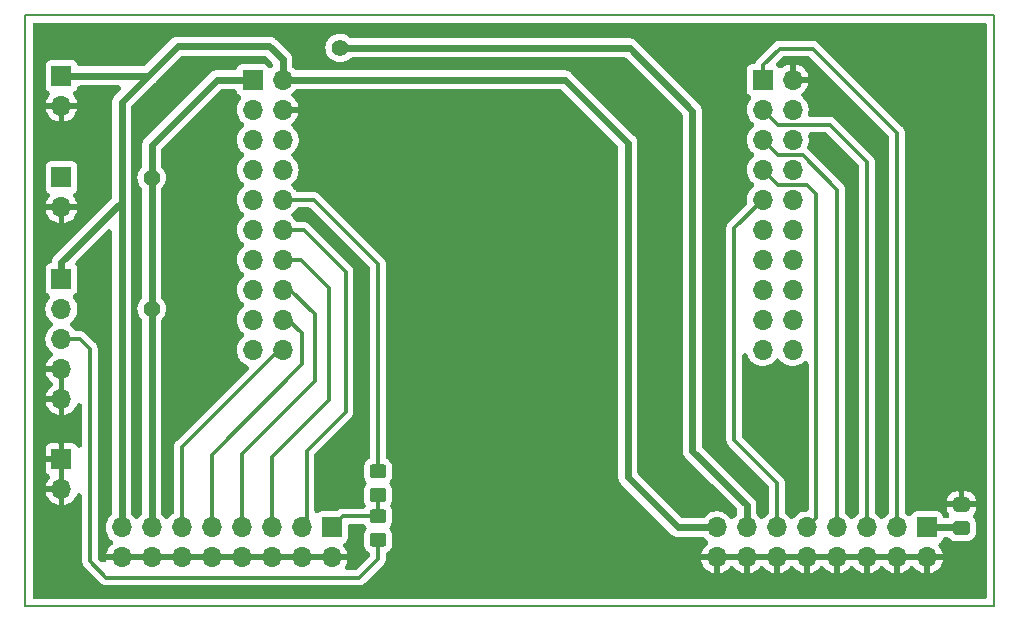
<source format=gtl>
G04 #@! TF.GenerationSoftware,KiCad,Pcbnew,(6.0.6)*
G04 #@! TF.CreationDate,2024-05-12T15:36:13+02:00*
G04 #@! TF.ProjectId,pynq-buck-adapter,70796e71-2d62-4756-936b-2d6164617074,rev?*
G04 #@! TF.SameCoordinates,Original*
G04 #@! TF.FileFunction,Copper,L1,Top*
G04 #@! TF.FilePolarity,Positive*
%FSLAX46Y46*%
G04 Gerber Fmt 4.6, Leading zero omitted, Abs format (unit mm)*
G04 Created by KiCad (PCBNEW (6.0.6)) date 2024-05-12 15:36:13*
%MOMM*%
%LPD*%
G01*
G04 APERTURE LIST*
G04 #@! TA.AperFunction,NonConductor*
%ADD10C,0.200000*%
G04 #@! TD*
G04 #@! TA.AperFunction,ComponentPad*
%ADD11R,1.700000X1.700000*%
G04 #@! TD*
G04 #@! TA.AperFunction,ComponentPad*
%ADD12O,1.700000X1.700000*%
G04 #@! TD*
G04 #@! TA.AperFunction,ViaPad*
%ADD13C,1.400000*%
G04 #@! TD*
G04 #@! TA.AperFunction,Conductor*
%ADD14C,0.600000*%
G04 #@! TD*
G04 #@! TA.AperFunction,Conductor*
%ADD15C,0.300000*%
G04 #@! TD*
G04 APERTURE END LIST*
D10*
X37150000Y-73800000D02*
X37150000Y-23800000D01*
X119150000Y-73800000D02*
X37150000Y-73800000D01*
X119150000Y-23800000D02*
X119150000Y-73800000D01*
X37150000Y-23800000D02*
X119150000Y-23800000D01*
G04 #@! TA.AperFunction,SMDPad,CuDef*
G36*
G01*
X115950000Y-66600000D02*
X116850000Y-66600000D01*
G75*
G02*
X117100000Y-66850000I0J-250000D01*
G01*
X117100000Y-67550000D01*
G75*
G02*
X116850000Y-67800000I-250000J0D01*
G01*
X115950000Y-67800000D01*
G75*
G02*
X115700000Y-67550000I0J250000D01*
G01*
X115700000Y-66850000D01*
G75*
G02*
X115950000Y-66600000I250000J0D01*
G01*
G37*
G04 #@! TD.AperFunction*
G04 #@! TA.AperFunction,SMDPad,CuDef*
G36*
G01*
X115950000Y-64600000D02*
X116850000Y-64600000D01*
G75*
G02*
X117100000Y-64850000I0J-250000D01*
G01*
X117100000Y-65550000D01*
G75*
G02*
X116850000Y-65800000I-250000J0D01*
G01*
X115950000Y-65800000D01*
G75*
G02*
X115700000Y-65550000I0J250000D01*
G01*
X115700000Y-64850000D01*
G75*
G02*
X115950000Y-64600000I250000J0D01*
G01*
G37*
G04 #@! TD.AperFunction*
G04 #@! TA.AperFunction,SMDPad,CuDef*
G36*
G01*
X67450000Y-65000000D02*
X66550000Y-65000000D01*
G75*
G02*
X66300000Y-64750000I0J250000D01*
G01*
X66300000Y-64050000D01*
G75*
G02*
X66550000Y-63800000I250000J0D01*
G01*
X67450000Y-63800000D01*
G75*
G02*
X67700000Y-64050000I0J-250000D01*
G01*
X67700000Y-64750000D01*
G75*
G02*
X67450000Y-65000000I-250000J0D01*
G01*
G37*
G04 #@! TD.AperFunction*
G04 #@! TA.AperFunction,SMDPad,CuDef*
G36*
G01*
X67450000Y-63000000D02*
X66550000Y-63000000D01*
G75*
G02*
X66300000Y-62750000I0J250000D01*
G01*
X66300000Y-62050000D01*
G75*
G02*
X66550000Y-61800000I250000J0D01*
G01*
X67450000Y-61800000D01*
G75*
G02*
X67700000Y-62050000I0J-250000D01*
G01*
X67700000Y-62750000D01*
G75*
G02*
X67450000Y-63000000I-250000J0D01*
G01*
G37*
G04 #@! TD.AperFunction*
G04 #@! TA.AperFunction,SMDPad,CuDef*
G36*
G01*
X66550000Y-65600000D02*
X67450000Y-65600000D01*
G75*
G02*
X67700000Y-65850000I0J-250000D01*
G01*
X67700000Y-66550000D01*
G75*
G02*
X67450000Y-66800000I-250000J0D01*
G01*
X66550000Y-66800000D01*
G75*
G02*
X66300000Y-66550000I0J250000D01*
G01*
X66300000Y-65850000D01*
G75*
G02*
X66550000Y-65600000I250000J0D01*
G01*
G37*
G04 #@! TD.AperFunction*
G04 #@! TA.AperFunction,SMDPad,CuDef*
G36*
G01*
X66550000Y-67600000D02*
X67450000Y-67600000D01*
G75*
G02*
X67700000Y-67850000I0J-250000D01*
G01*
X67700000Y-68550000D01*
G75*
G02*
X67450000Y-68800000I-250000J0D01*
G01*
X66550000Y-68800000D01*
G75*
G02*
X66300000Y-68550000I0J250000D01*
G01*
X66300000Y-67850000D01*
G75*
G02*
X66550000Y-67600000I250000J0D01*
G01*
G37*
G04 #@! TD.AperFunction*
D11*
X40200000Y-61375000D03*
D12*
X40200000Y-63915000D03*
D11*
X40200000Y-37510000D03*
D12*
X40200000Y-40050000D03*
D11*
X113475000Y-67150000D03*
D12*
X113475000Y-69690000D03*
X110935000Y-67150000D03*
X110935000Y-69690000D03*
X108395000Y-67150000D03*
X108395000Y-69690000D03*
X105855000Y-67150000D03*
X105855000Y-69690000D03*
X103315000Y-67150000D03*
X103315000Y-69690000D03*
X100775000Y-67150000D03*
X100775000Y-69690000D03*
X98235000Y-67150000D03*
X98235000Y-69690000D03*
X95695000Y-67150000D03*
X95695000Y-69690000D03*
D11*
X40200000Y-28910000D03*
D12*
X40200000Y-31450000D03*
X102110000Y-52110000D03*
X99570000Y-52110000D03*
X102110000Y-49570000D03*
X99570000Y-49570000D03*
X102110000Y-47030000D03*
X99570000Y-47030000D03*
X102110000Y-44490000D03*
X99570000Y-44490000D03*
X102110000Y-41950000D03*
X99570000Y-41950000D03*
X102110000Y-39410000D03*
X99570000Y-39410000D03*
X102110000Y-36870000D03*
X99570000Y-36870000D03*
X102110000Y-34330000D03*
X99570000Y-34330000D03*
X102110000Y-31790000D03*
X99570000Y-31790000D03*
X102110000Y-29250000D03*
D11*
X99570000Y-29250000D03*
D12*
X58930000Y-52110000D03*
X56390000Y-52110000D03*
X58930000Y-49570000D03*
X56390000Y-49570000D03*
X58930000Y-47030000D03*
X56390000Y-47030000D03*
X58930000Y-44490000D03*
X56390000Y-44490000D03*
X58930000Y-41950000D03*
X56390000Y-41950000D03*
X58930000Y-39410000D03*
X56390000Y-39410000D03*
X58930000Y-36870000D03*
X56390000Y-36870000D03*
X58930000Y-34330000D03*
X56390000Y-34330000D03*
X58930000Y-31790000D03*
X56390000Y-31790000D03*
X58930000Y-29250000D03*
D11*
X56390000Y-29250000D03*
X63075000Y-67150000D03*
D12*
X63075000Y-69690000D03*
X60535000Y-67150000D03*
X60535000Y-69690000D03*
X57995000Y-67150000D03*
X57995000Y-69690000D03*
X55455000Y-67150000D03*
X55455000Y-69690000D03*
X52915000Y-67150000D03*
X52915000Y-69690000D03*
X50375000Y-67150000D03*
X50375000Y-69690000D03*
X47835000Y-67150000D03*
X47835000Y-69690000D03*
X45295000Y-67150000D03*
X45295000Y-69690000D03*
D11*
X40200000Y-46120000D03*
D12*
X40200000Y-48660000D03*
X40200000Y-51200000D03*
X40200000Y-53740000D03*
X40200000Y-56280000D03*
D13*
X92300000Y-63100000D03*
X88200000Y-30650000D03*
X63750000Y-26550000D03*
X79950000Y-34550000D03*
X80500000Y-59850000D03*
X115000000Y-43900000D03*
X105200000Y-30900000D03*
X105450000Y-35700000D03*
X49500000Y-29600000D03*
X43550000Y-44550000D03*
X101250000Y-58200000D03*
X64250000Y-63850000D03*
X51450000Y-42400000D03*
X47835000Y-37535000D03*
X47835000Y-48635000D03*
D14*
X116350000Y-67150000D02*
X116400000Y-67200000D01*
X113475000Y-67150000D02*
X116350000Y-67150000D01*
D15*
X67000000Y-44850000D02*
X67000000Y-62400000D01*
X61560000Y-39410000D02*
X67000000Y-44850000D01*
X58930000Y-39410000D02*
X61560000Y-39410000D01*
X60950000Y-60650000D02*
X60950000Y-66735000D01*
X64250000Y-57350000D02*
X60950000Y-60650000D01*
X64250000Y-45500000D02*
X64250000Y-57350000D01*
X58930000Y-41950000D02*
X60700000Y-41950000D01*
X60700000Y-41950000D02*
X64250000Y-45500000D01*
X60950000Y-66735000D02*
X60535000Y-67150000D01*
X57995000Y-61205000D02*
X57995000Y-67150000D01*
X62850000Y-56350000D02*
X57995000Y-61205000D01*
X62850000Y-46850000D02*
X62850000Y-56350000D01*
X58930000Y-44490000D02*
X60490000Y-44490000D01*
X60490000Y-44490000D02*
X62850000Y-46850000D01*
X55455000Y-60945000D02*
X55455000Y-67150000D01*
X61650000Y-49100000D02*
X61650000Y-54750000D01*
X59580000Y-47030000D02*
X61650000Y-49100000D01*
X61650000Y-54750000D02*
X55455000Y-60945000D01*
X58930000Y-47030000D02*
X59580000Y-47030000D01*
X59420000Y-49570000D02*
X60550000Y-50700000D01*
X52915000Y-60985000D02*
X52915000Y-67150000D01*
X58930000Y-49570000D02*
X59420000Y-49570000D01*
X60550000Y-50700000D02*
X60550000Y-53350000D01*
X60550000Y-53350000D02*
X52915000Y-60985000D01*
X50375000Y-60325000D02*
X50375000Y-67150000D01*
X58590000Y-52110000D02*
X50375000Y-60325000D01*
X58930000Y-52110000D02*
X58590000Y-52110000D01*
D14*
X98235000Y-65285000D02*
X98235000Y-67150000D01*
X93600000Y-60650000D02*
X98235000Y-65285000D01*
X88300000Y-26550000D02*
X93600000Y-31850000D01*
X93600000Y-31850000D02*
X93600000Y-60650000D01*
X63750000Y-26550000D02*
X88300000Y-26550000D01*
X92400000Y-67150000D02*
X95695000Y-67150000D01*
X82800000Y-29250000D02*
X88150000Y-34600000D01*
X88150000Y-34600000D02*
X88150000Y-62900000D01*
X88150000Y-62900000D02*
X92400000Y-67150000D01*
X58930000Y-29250000D02*
X82800000Y-29250000D01*
D15*
X105900000Y-38550000D02*
X105900000Y-67105000D01*
X105900000Y-67105000D02*
X105855000Y-67150000D01*
X100840000Y-35600000D02*
X102950000Y-35600000D01*
X99570000Y-34330000D02*
X100840000Y-35600000D01*
X102950000Y-35600000D02*
X105900000Y-38550000D01*
X103350000Y-38150000D02*
X104100000Y-38900000D01*
X104100000Y-38900000D02*
X104100000Y-66365000D01*
X100850000Y-38150000D02*
X103350000Y-38150000D01*
X99570000Y-36870000D02*
X100850000Y-38150000D01*
X104100000Y-66365000D02*
X103315000Y-67150000D01*
X42600000Y-70000000D02*
X42600000Y-52000000D01*
X44000000Y-71400000D02*
X42600000Y-70000000D01*
X41800000Y-51200000D02*
X40200000Y-51200000D01*
X67000000Y-69800000D02*
X65400000Y-71400000D01*
X65400000Y-71400000D02*
X44000000Y-71400000D01*
X42600000Y-52000000D02*
X41800000Y-51200000D01*
X67000000Y-68200000D02*
X67000000Y-69800000D01*
D14*
X49050000Y-27400000D02*
X45295000Y-31155000D01*
X40200000Y-28910000D02*
X47540000Y-28910000D01*
X47540000Y-28910000D02*
X49050000Y-27400000D01*
X50050000Y-26400000D02*
X49050000Y-27400000D01*
X45295000Y-31155000D02*
X45295000Y-33705000D01*
X57800000Y-26400000D02*
X50050000Y-26400000D01*
X58930000Y-27530000D02*
X57800000Y-26400000D01*
X58930000Y-29250000D02*
X58930000Y-27530000D01*
X47835000Y-37535000D02*
X47835000Y-48635000D01*
X47835000Y-34765000D02*
X47835000Y-37535000D01*
X40200000Y-44700000D02*
X45295000Y-39605000D01*
X45295000Y-39605000D02*
X45295000Y-33705000D01*
X40200000Y-46120000D02*
X40200000Y-44700000D01*
D15*
X97150000Y-59750000D02*
X100775000Y-63375000D01*
X97150000Y-41830000D02*
X97150000Y-59750000D01*
X100775000Y-63375000D02*
X100775000Y-67150000D01*
X99570000Y-39410000D02*
X97150000Y-41830000D01*
X108395000Y-36195000D02*
X108395000Y-67150000D01*
X105250000Y-33050000D02*
X108395000Y-36195000D01*
X100830000Y-33050000D02*
X105250000Y-33050000D01*
X99570000Y-31790000D02*
X100830000Y-33050000D01*
X103800000Y-26600000D02*
X110935000Y-33735000D01*
X101000000Y-26600000D02*
X103800000Y-26600000D01*
X99570000Y-28030000D02*
X101000000Y-26600000D01*
X99570000Y-29250000D02*
X99570000Y-28030000D01*
X110935000Y-33735000D02*
X110935000Y-67150000D01*
D14*
X47835000Y-48635000D02*
X47835000Y-67150000D01*
X45295000Y-33705000D02*
X45295000Y-67150000D01*
X53350000Y-29250000D02*
X47835000Y-34765000D01*
X56390000Y-29250000D02*
X53350000Y-29250000D01*
D15*
X67000000Y-64800000D02*
X67000000Y-66200000D01*
X64025000Y-66200000D02*
X67000000Y-66200000D01*
X63075000Y-67150000D02*
X64025000Y-66200000D01*
G04 #@! TA.AperFunction,Conductor*
G36*
X118395788Y-24419454D02*
G01*
X118476570Y-24473430D01*
X118530546Y-24554212D01*
X118549500Y-24649500D01*
X118549500Y-72950500D01*
X118530546Y-73045788D01*
X118476570Y-73126570D01*
X118395788Y-73180546D01*
X118300500Y-73199500D01*
X37999500Y-73199500D01*
X37904212Y-73180546D01*
X37823430Y-73126570D01*
X37769454Y-73045788D01*
X37750500Y-72950500D01*
X37750500Y-64173257D01*
X38872600Y-64173257D01*
X38873590Y-64180771D01*
X38923754Y-64367985D01*
X38931166Y-64388348D01*
X39021805Y-64582725D01*
X39032635Y-64601482D01*
X39155653Y-64777170D01*
X39169576Y-64793764D01*
X39321239Y-64945427D01*
X39337823Y-64959343D01*
X39513522Y-65082369D01*
X39532268Y-65093192D01*
X39726657Y-65183837D01*
X39747014Y-65191246D01*
X39926309Y-65239288D01*
X39947123Y-65240652D01*
X39949011Y-65236825D01*
X39950000Y-65229311D01*
X39950000Y-64189527D01*
X39945931Y-64169069D01*
X39925473Y-64165000D01*
X38893891Y-64165000D01*
X38873433Y-64169069D01*
X38872600Y-64173257D01*
X37750500Y-64173257D01*
X37750500Y-62265593D01*
X38850000Y-62265593D01*
X38850727Y-62279028D01*
X38854956Y-62317955D01*
X38862122Y-62348089D01*
X38900691Y-62450973D01*
X38917554Y-62481774D01*
X38982171Y-62567992D01*
X39007008Y-62592829D01*
X39093225Y-62657445D01*
X39096960Y-62659490D01*
X39105521Y-62666661D01*
X39107419Y-62668083D01*
X39107342Y-62668186D01*
X39171440Y-62721873D01*
X39216378Y-62808011D01*
X39224932Y-62904788D01*
X39195799Y-62997473D01*
X39168137Y-63037951D01*
X39155652Y-63052831D01*
X39032635Y-63228518D01*
X39021805Y-63247275D01*
X38931166Y-63441652D01*
X38923754Y-63462015D01*
X38875712Y-63641309D01*
X38874348Y-63662123D01*
X38878175Y-63664011D01*
X38885689Y-63665000D01*
X39925473Y-63665000D01*
X39945931Y-63660931D01*
X39950000Y-63640473D01*
X39950000Y-61649527D01*
X39945931Y-61629069D01*
X39925473Y-61625000D01*
X38874527Y-61625000D01*
X38854069Y-61629069D01*
X38850000Y-61649527D01*
X38850000Y-62265593D01*
X37750500Y-62265593D01*
X37750500Y-61100473D01*
X38850000Y-61100473D01*
X38854069Y-61120931D01*
X38874527Y-61125000D01*
X39925473Y-61125000D01*
X39945931Y-61120931D01*
X39950000Y-61100473D01*
X39950000Y-60049527D01*
X39945931Y-60029069D01*
X39925473Y-60025000D01*
X39309407Y-60025000D01*
X39295972Y-60025727D01*
X39257045Y-60029956D01*
X39226911Y-60037122D01*
X39124027Y-60075691D01*
X39093226Y-60092554D01*
X39007008Y-60157171D01*
X38982171Y-60182008D01*
X38917554Y-60268226D01*
X38900691Y-60299027D01*
X38862122Y-60401911D01*
X38854956Y-60432045D01*
X38850727Y-60470972D01*
X38850000Y-60484407D01*
X38850000Y-61100473D01*
X37750500Y-61100473D01*
X37750500Y-56538257D01*
X38872600Y-56538257D01*
X38873590Y-56545771D01*
X38923754Y-56732985D01*
X38931166Y-56753348D01*
X39021805Y-56947725D01*
X39032635Y-56966482D01*
X39155653Y-57142170D01*
X39169576Y-57158764D01*
X39321239Y-57310427D01*
X39337823Y-57324343D01*
X39513522Y-57447369D01*
X39532268Y-57458192D01*
X39726657Y-57548837D01*
X39747014Y-57556246D01*
X39926309Y-57604288D01*
X39947123Y-57605652D01*
X39949011Y-57601825D01*
X39950000Y-57594311D01*
X39950000Y-56554527D01*
X39945931Y-56534069D01*
X39925473Y-56530000D01*
X38893891Y-56530000D01*
X38873433Y-56534069D01*
X38872600Y-56538257D01*
X37750500Y-56538257D01*
X37750500Y-53998257D01*
X38872600Y-53998257D01*
X38873590Y-54005771D01*
X38923754Y-54192985D01*
X38931166Y-54213348D01*
X39021805Y-54407725D01*
X39032635Y-54426482D01*
X39155653Y-54602170D01*
X39169576Y-54618764D01*
X39321239Y-54770427D01*
X39337825Y-54784344D01*
X39368796Y-54806030D01*
X39435980Y-54876211D01*
X39471194Y-54966760D01*
X39469075Y-55063892D01*
X39429947Y-55152819D01*
X39368798Y-55213968D01*
X39337833Y-55235650D01*
X39321236Y-55249576D01*
X39169576Y-55401236D01*
X39155653Y-55417830D01*
X39032635Y-55593518D01*
X39021805Y-55612275D01*
X38931166Y-55806652D01*
X38923754Y-55827015D01*
X38875712Y-56006309D01*
X38874348Y-56027123D01*
X38878175Y-56029011D01*
X38885689Y-56030000D01*
X39925473Y-56030000D01*
X39945931Y-56025931D01*
X39950000Y-56005473D01*
X39950000Y-54014527D01*
X39945931Y-53994069D01*
X39925473Y-53990000D01*
X38893891Y-53990000D01*
X38873433Y-53994069D01*
X38872600Y-53998257D01*
X37750500Y-53998257D01*
X37750500Y-51200000D01*
X38844341Y-51200000D01*
X38864937Y-51435408D01*
X38926097Y-51663663D01*
X38930691Y-51673516D01*
X38930693Y-51673520D01*
X39013221Y-51850500D01*
X39025965Y-51877829D01*
X39161505Y-52071401D01*
X39328599Y-52238495D01*
X39337501Y-52244728D01*
X39337503Y-52244730D01*
X39368362Y-52266338D01*
X39435545Y-52336520D01*
X39470757Y-52427069D01*
X39468637Y-52524201D01*
X39429508Y-52613128D01*
X39368361Y-52674274D01*
X39337833Y-52695650D01*
X39321236Y-52709576D01*
X39169576Y-52861236D01*
X39155653Y-52877830D01*
X39032635Y-53053518D01*
X39021805Y-53072275D01*
X38931166Y-53266652D01*
X38923754Y-53287015D01*
X38875712Y-53466309D01*
X38874348Y-53487123D01*
X38878175Y-53489011D01*
X38885689Y-53490000D01*
X40201000Y-53490000D01*
X40296288Y-53508954D01*
X40377070Y-53562930D01*
X40431046Y-53643712D01*
X40450000Y-53739000D01*
X40450000Y-57586109D01*
X40454069Y-57606567D01*
X40458257Y-57607400D01*
X40465771Y-57606410D01*
X40652986Y-57556246D01*
X40673343Y-57548837D01*
X40867732Y-57458192D01*
X40886478Y-57447369D01*
X41062177Y-57324343D01*
X41078761Y-57310427D01*
X41230424Y-57158764D01*
X41244347Y-57142170D01*
X41367365Y-56966482D01*
X41378195Y-56947725D01*
X41473431Y-56743491D01*
X41475715Y-56744556D01*
X41516928Y-56676647D01*
X41595282Y-56619203D01*
X41689654Y-56596116D01*
X41785677Y-56610902D01*
X41868733Y-56661308D01*
X41926177Y-56739662D01*
X41949264Y-56834034D01*
X41949500Y-56844880D01*
X41949500Y-60148002D01*
X41930546Y-60243290D01*
X41876570Y-60324072D01*
X41795788Y-60378048D01*
X41700500Y-60397002D01*
X41605212Y-60378048D01*
X41524430Y-60324072D01*
X41493167Y-60282356D01*
X41493083Y-60282419D01*
X41417829Y-60182008D01*
X41392992Y-60157171D01*
X41306774Y-60092554D01*
X41275973Y-60075691D01*
X41173089Y-60037122D01*
X41142955Y-60029956D01*
X41104028Y-60025727D01*
X41090593Y-60025000D01*
X40474527Y-60025000D01*
X40454069Y-60029069D01*
X40450000Y-60049527D01*
X40450000Y-65221109D01*
X40454069Y-65241567D01*
X40458257Y-65242400D01*
X40465771Y-65241410D01*
X40652986Y-65191246D01*
X40673343Y-65183837D01*
X40867732Y-65093192D01*
X40886478Y-65082369D01*
X41062177Y-64959343D01*
X41078761Y-64945427D01*
X41230424Y-64793764D01*
X41244347Y-64777170D01*
X41367365Y-64601482D01*
X41378195Y-64582725D01*
X41473431Y-64378491D01*
X41475715Y-64379556D01*
X41516928Y-64311647D01*
X41595282Y-64254203D01*
X41689654Y-64231116D01*
X41785677Y-64245902D01*
X41868733Y-64296308D01*
X41926177Y-64374662D01*
X41949264Y-64469034D01*
X41949500Y-64479880D01*
X41949500Y-69923508D01*
X41949220Y-69929436D01*
X41947240Y-69938296D01*
X41947732Y-69953952D01*
X41949377Y-70006289D01*
X41949500Y-70014111D01*
X41949500Y-70040925D01*
X41950480Y-70048685D01*
X41950693Y-70052072D01*
X41951061Y-70059875D01*
X41952403Y-70102569D01*
X41956774Y-70117614D01*
X41957892Y-70124672D01*
X41961193Y-70140611D01*
X41962966Y-70147515D01*
X41964929Y-70163058D01*
X41978294Y-70196811D01*
X41979563Y-70200017D01*
X41987164Y-70222218D01*
X41987372Y-70222932D01*
X41998256Y-70260398D01*
X42006232Y-70273885D01*
X42009066Y-70280434D01*
X42016231Y-70295060D01*
X42019666Y-70301309D01*
X42025432Y-70315871D01*
X42034637Y-70328541D01*
X42034639Y-70328544D01*
X42048802Y-70348037D01*
X42061677Y-70367638D01*
X42081919Y-70401865D01*
X42092997Y-70412943D01*
X42097361Y-70418569D01*
X42107933Y-70430948D01*
X42112825Y-70436157D01*
X42122037Y-70448837D01*
X42134109Y-70458824D01*
X42134112Y-70458827D01*
X42152663Y-70474173D01*
X42170015Y-70489961D01*
X43485945Y-71805891D01*
X43489933Y-71810274D01*
X43494798Y-71817940D01*
X43506219Y-71828665D01*
X43544372Y-71864493D01*
X43549990Y-71869936D01*
X43568965Y-71888911D01*
X43575150Y-71893709D01*
X43577673Y-71895933D01*
X43583456Y-71901195D01*
X43614607Y-71930448D01*
X43628334Y-71937994D01*
X43634095Y-71942180D01*
X43647723Y-71951132D01*
X43653857Y-71954759D01*
X43666236Y-71964362D01*
X43702719Y-71980149D01*
X43723781Y-71990468D01*
X43744293Y-72001744D01*
X43758632Y-72009627D01*
X43773800Y-72013521D01*
X43780429Y-72016146D01*
X43795847Y-72021424D01*
X43802702Y-72023416D01*
X43817074Y-72029635D01*
X43832539Y-72032085D01*
X43832544Y-72032086D01*
X43856337Y-72035854D01*
X43879308Y-72040611D01*
X43902652Y-72046605D01*
X43902654Y-72046605D01*
X43917823Y-72050500D01*
X43933487Y-72050500D01*
X43940557Y-72051393D01*
X43956805Y-72052672D01*
X43963931Y-72052896D01*
X43979405Y-72055347D01*
X43994998Y-72053873D01*
X43995000Y-72053873D01*
X44018989Y-72051605D01*
X44042423Y-72050500D01*
X65323508Y-72050500D01*
X65329436Y-72050780D01*
X65338296Y-72052760D01*
X65353952Y-72052268D01*
X65406289Y-72050623D01*
X65414111Y-72050500D01*
X65440925Y-72050500D01*
X65448685Y-72049520D01*
X65452072Y-72049307D01*
X65459875Y-72048939D01*
X65502569Y-72047597D01*
X65517614Y-72043226D01*
X65524672Y-72042108D01*
X65540611Y-72038807D01*
X65547515Y-72037034D01*
X65563058Y-72035071D01*
X65600025Y-72020434D01*
X65622218Y-72012836D01*
X65645350Y-72006116D01*
X65645353Y-72006115D01*
X65660398Y-72001744D01*
X65673885Y-71993768D01*
X65680434Y-71990934D01*
X65695060Y-71983769D01*
X65701309Y-71980334D01*
X65715871Y-71974568D01*
X65728541Y-71965363D01*
X65728544Y-71965361D01*
X65748037Y-71951198D01*
X65767638Y-71938323D01*
X65801865Y-71918081D01*
X65812943Y-71907003D01*
X65818569Y-71902639D01*
X65830948Y-71892067D01*
X65836157Y-71887175D01*
X65848837Y-71877963D01*
X65858824Y-71865891D01*
X65858827Y-71865888D01*
X65874173Y-71847337D01*
X65889961Y-71829985D01*
X67405891Y-70314055D01*
X67410274Y-70310067D01*
X67417940Y-70305202D01*
X67464494Y-70255627D01*
X67469936Y-70250010D01*
X67488912Y-70231034D01*
X67493707Y-70224852D01*
X67495908Y-70222355D01*
X67501180Y-70216560D01*
X67519726Y-70196811D01*
X67519727Y-70196809D01*
X67530448Y-70185393D01*
X67537995Y-70171666D01*
X67542178Y-70165908D01*
X67551133Y-70152276D01*
X67554759Y-70146145D01*
X67564363Y-70133763D01*
X67570588Y-70119378D01*
X67580154Y-70097273D01*
X67590475Y-70076204D01*
X67595888Y-70066358D01*
X67609627Y-70041368D01*
X67613523Y-70026194D01*
X67616145Y-70019572D01*
X67621425Y-70004150D01*
X67623414Y-69997305D01*
X67629636Y-69982926D01*
X67632087Y-69967453D01*
X67632088Y-69967449D01*
X67635127Y-69948257D01*
X94367600Y-69948257D01*
X94368590Y-69955771D01*
X94418754Y-70142985D01*
X94426166Y-70163348D01*
X94516805Y-70357725D01*
X94527635Y-70376482D01*
X94650653Y-70552170D01*
X94664576Y-70568764D01*
X94816239Y-70720427D01*
X94832823Y-70734343D01*
X95008522Y-70857369D01*
X95027268Y-70868192D01*
X95221657Y-70958837D01*
X95242014Y-70966246D01*
X95421309Y-71014288D01*
X95442123Y-71015652D01*
X95444011Y-71011825D01*
X95445000Y-71004311D01*
X95445000Y-70996109D01*
X95945000Y-70996109D01*
X95949069Y-71016567D01*
X95953257Y-71017400D01*
X95960771Y-71016410D01*
X96147986Y-70966246D01*
X96168343Y-70958837D01*
X96362732Y-70868192D01*
X96381478Y-70857369D01*
X96557177Y-70734343D01*
X96573761Y-70720427D01*
X96725424Y-70568764D01*
X96739350Y-70552167D01*
X96761032Y-70521202D01*
X96831213Y-70454018D01*
X96921763Y-70418806D01*
X97018894Y-70420925D01*
X97107821Y-70460055D01*
X97168968Y-70521202D01*
X97190650Y-70552167D01*
X97204576Y-70568764D01*
X97356239Y-70720427D01*
X97372823Y-70734343D01*
X97548522Y-70857369D01*
X97567268Y-70868192D01*
X97761657Y-70958837D01*
X97782014Y-70966246D01*
X97961309Y-71014288D01*
X97982123Y-71015652D01*
X97984011Y-71011825D01*
X97985000Y-71004311D01*
X97985000Y-70996109D01*
X98485000Y-70996109D01*
X98489069Y-71016567D01*
X98493257Y-71017400D01*
X98500771Y-71016410D01*
X98687986Y-70966246D01*
X98708343Y-70958837D01*
X98902732Y-70868192D01*
X98921478Y-70857369D01*
X99097177Y-70734343D01*
X99113761Y-70720427D01*
X99265424Y-70568764D01*
X99279350Y-70552167D01*
X99301032Y-70521202D01*
X99371213Y-70454018D01*
X99461763Y-70418806D01*
X99558894Y-70420925D01*
X99647821Y-70460055D01*
X99708968Y-70521202D01*
X99730650Y-70552167D01*
X99744576Y-70568764D01*
X99896239Y-70720427D01*
X99912823Y-70734343D01*
X100088522Y-70857369D01*
X100107268Y-70868192D01*
X100301657Y-70958837D01*
X100322014Y-70966246D01*
X100501309Y-71014288D01*
X100522123Y-71015652D01*
X100524011Y-71011825D01*
X100525000Y-71004311D01*
X100525000Y-70996109D01*
X101025000Y-70996109D01*
X101029069Y-71016567D01*
X101033257Y-71017400D01*
X101040771Y-71016410D01*
X101227986Y-70966246D01*
X101248343Y-70958837D01*
X101442732Y-70868192D01*
X101461478Y-70857369D01*
X101637177Y-70734343D01*
X101653761Y-70720427D01*
X101805424Y-70568764D01*
X101819350Y-70552167D01*
X101841032Y-70521202D01*
X101911213Y-70454018D01*
X102001763Y-70418806D01*
X102098894Y-70420925D01*
X102187821Y-70460055D01*
X102248968Y-70521202D01*
X102270650Y-70552167D01*
X102284576Y-70568764D01*
X102436239Y-70720427D01*
X102452823Y-70734343D01*
X102628522Y-70857369D01*
X102647268Y-70868192D01*
X102841657Y-70958837D01*
X102862014Y-70966246D01*
X103041309Y-71014288D01*
X103062123Y-71015652D01*
X103064011Y-71011825D01*
X103065000Y-71004311D01*
X103065000Y-70996109D01*
X103565000Y-70996109D01*
X103569069Y-71016567D01*
X103573257Y-71017400D01*
X103580771Y-71016410D01*
X103767986Y-70966246D01*
X103788343Y-70958837D01*
X103982732Y-70868192D01*
X104001478Y-70857369D01*
X104177177Y-70734343D01*
X104193761Y-70720427D01*
X104345424Y-70568764D01*
X104359350Y-70552167D01*
X104381032Y-70521202D01*
X104451213Y-70454018D01*
X104541763Y-70418806D01*
X104638894Y-70420925D01*
X104727821Y-70460055D01*
X104788968Y-70521202D01*
X104810650Y-70552167D01*
X104824576Y-70568764D01*
X104976239Y-70720427D01*
X104992823Y-70734343D01*
X105168522Y-70857369D01*
X105187268Y-70868192D01*
X105381657Y-70958837D01*
X105402014Y-70966246D01*
X105581309Y-71014288D01*
X105602123Y-71015652D01*
X105604011Y-71011825D01*
X105605000Y-71004311D01*
X105605000Y-70996109D01*
X106105000Y-70996109D01*
X106109069Y-71016567D01*
X106113257Y-71017400D01*
X106120771Y-71016410D01*
X106307986Y-70966246D01*
X106328343Y-70958837D01*
X106522732Y-70868192D01*
X106541478Y-70857369D01*
X106717177Y-70734343D01*
X106733761Y-70720427D01*
X106885424Y-70568764D01*
X106899350Y-70552167D01*
X106921032Y-70521202D01*
X106991213Y-70454018D01*
X107081763Y-70418806D01*
X107178894Y-70420925D01*
X107267821Y-70460055D01*
X107328968Y-70521202D01*
X107350650Y-70552167D01*
X107364576Y-70568764D01*
X107516239Y-70720427D01*
X107532823Y-70734343D01*
X107708522Y-70857369D01*
X107727268Y-70868192D01*
X107921657Y-70958837D01*
X107942014Y-70966246D01*
X108121309Y-71014288D01*
X108142123Y-71015652D01*
X108144011Y-71011825D01*
X108145000Y-71004311D01*
X108145000Y-70996109D01*
X108645000Y-70996109D01*
X108649069Y-71016567D01*
X108653257Y-71017400D01*
X108660771Y-71016410D01*
X108847986Y-70966246D01*
X108868343Y-70958837D01*
X109062732Y-70868192D01*
X109081478Y-70857369D01*
X109257177Y-70734343D01*
X109273761Y-70720427D01*
X109425424Y-70568764D01*
X109439350Y-70552167D01*
X109461032Y-70521202D01*
X109531213Y-70454018D01*
X109621763Y-70418806D01*
X109718894Y-70420925D01*
X109807821Y-70460055D01*
X109868968Y-70521202D01*
X109890650Y-70552167D01*
X109904576Y-70568764D01*
X110056239Y-70720427D01*
X110072823Y-70734343D01*
X110248522Y-70857369D01*
X110267268Y-70868192D01*
X110461657Y-70958837D01*
X110482014Y-70966246D01*
X110661309Y-71014288D01*
X110682123Y-71015652D01*
X110684011Y-71011825D01*
X110685000Y-71004311D01*
X110685000Y-70996109D01*
X111185000Y-70996109D01*
X111189069Y-71016567D01*
X111193257Y-71017400D01*
X111200771Y-71016410D01*
X111387986Y-70966246D01*
X111408343Y-70958837D01*
X111602732Y-70868192D01*
X111621478Y-70857369D01*
X111797177Y-70734343D01*
X111813761Y-70720427D01*
X111965424Y-70568764D01*
X111979350Y-70552167D01*
X112001032Y-70521202D01*
X112071213Y-70454018D01*
X112161763Y-70418806D01*
X112258894Y-70420925D01*
X112347821Y-70460055D01*
X112408968Y-70521202D01*
X112430650Y-70552167D01*
X112444576Y-70568764D01*
X112596239Y-70720427D01*
X112612823Y-70734343D01*
X112788522Y-70857369D01*
X112807268Y-70868192D01*
X113001657Y-70958837D01*
X113022014Y-70966246D01*
X113201309Y-71014288D01*
X113222123Y-71015652D01*
X113224011Y-71011825D01*
X113225000Y-71004311D01*
X113225000Y-70996109D01*
X113725000Y-70996109D01*
X113729069Y-71016567D01*
X113733257Y-71017400D01*
X113740771Y-71016410D01*
X113927986Y-70966246D01*
X113948343Y-70958837D01*
X114142732Y-70868192D01*
X114161478Y-70857369D01*
X114337177Y-70734343D01*
X114353761Y-70720427D01*
X114505424Y-70568764D01*
X114519347Y-70552170D01*
X114642365Y-70376482D01*
X114653195Y-70357725D01*
X114743834Y-70163348D01*
X114751246Y-70142985D01*
X114799288Y-69963691D01*
X114800652Y-69942877D01*
X114796825Y-69940989D01*
X114789311Y-69940000D01*
X113749527Y-69940000D01*
X113729069Y-69944069D01*
X113725000Y-69964527D01*
X113725000Y-70996109D01*
X113225000Y-70996109D01*
X113225000Y-69964527D01*
X113220931Y-69944069D01*
X113200473Y-69940000D01*
X111209527Y-69940000D01*
X111189069Y-69944069D01*
X111185000Y-69964527D01*
X111185000Y-70996109D01*
X110685000Y-70996109D01*
X110685000Y-69964527D01*
X110680931Y-69944069D01*
X110660473Y-69940000D01*
X108669527Y-69940000D01*
X108649069Y-69944069D01*
X108645000Y-69964527D01*
X108645000Y-70996109D01*
X108145000Y-70996109D01*
X108145000Y-69964527D01*
X108140931Y-69944069D01*
X108120473Y-69940000D01*
X106129527Y-69940000D01*
X106109069Y-69944069D01*
X106105000Y-69964527D01*
X106105000Y-70996109D01*
X105605000Y-70996109D01*
X105605000Y-69964527D01*
X105600931Y-69944069D01*
X105580473Y-69940000D01*
X103589527Y-69940000D01*
X103569069Y-69944069D01*
X103565000Y-69964527D01*
X103565000Y-70996109D01*
X103065000Y-70996109D01*
X103065000Y-69964527D01*
X103060931Y-69944069D01*
X103040473Y-69940000D01*
X101049527Y-69940000D01*
X101029069Y-69944069D01*
X101025000Y-69964527D01*
X101025000Y-70996109D01*
X100525000Y-70996109D01*
X100525000Y-69964527D01*
X100520931Y-69944069D01*
X100500473Y-69940000D01*
X98509527Y-69940000D01*
X98489069Y-69944069D01*
X98485000Y-69964527D01*
X98485000Y-70996109D01*
X97985000Y-70996109D01*
X97985000Y-69964527D01*
X97980931Y-69944069D01*
X97960473Y-69940000D01*
X95969527Y-69940000D01*
X95949069Y-69944069D01*
X95945000Y-69964527D01*
X95945000Y-70996109D01*
X95445000Y-70996109D01*
X95445000Y-69964527D01*
X95440931Y-69944069D01*
X95420473Y-69940000D01*
X94388891Y-69940000D01*
X94368433Y-69944069D01*
X94367600Y-69948257D01*
X67635127Y-69948257D01*
X67635855Y-69943663D01*
X67640612Y-69920691D01*
X67646604Y-69897353D01*
X67646604Y-69897350D01*
X67650500Y-69882177D01*
X67650500Y-69866510D01*
X67651393Y-69859440D01*
X67652672Y-69843185D01*
X67652896Y-69836071D01*
X67655347Y-69820595D01*
X67651605Y-69781008D01*
X67650500Y-69757576D01*
X67650500Y-69446957D01*
X67669454Y-69351669D01*
X67723430Y-69270887D01*
X67772079Y-69236761D01*
X67770529Y-69234256D01*
X67798977Y-69216652D01*
X67919345Y-69142166D01*
X68042984Y-69018311D01*
X68052103Y-69003518D01*
X68127220Y-68881654D01*
X68127220Y-68881653D01*
X68134814Y-68869334D01*
X68166809Y-68772873D01*
X68185629Y-68716136D01*
X68185630Y-68716132D01*
X68189910Y-68703228D01*
X68192270Y-68680190D01*
X68199853Y-68606185D01*
X68199853Y-68606177D01*
X68200500Y-68599866D01*
X68200500Y-67800134D01*
X68189641Y-67695481D01*
X68158841Y-67603160D01*
X68138833Y-67543190D01*
X68134256Y-67529471D01*
X68042166Y-67380655D01*
X68031930Y-67370437D01*
X68022943Y-67359098D01*
X68025090Y-67357396D01*
X67983581Y-67295392D01*
X67964543Y-67200121D01*
X67983413Y-67104816D01*
X68025701Y-67041407D01*
X68023797Y-67039903D01*
X68032764Y-67028549D01*
X68042984Y-67018311D01*
X68101469Y-66923431D01*
X68127220Y-66881654D01*
X68127220Y-66881653D01*
X68134814Y-66869334D01*
X68189910Y-66703228D01*
X68192498Y-66677967D01*
X68199853Y-66606185D01*
X68199853Y-66606177D01*
X68200500Y-66599866D01*
X68200500Y-65800134D01*
X68198767Y-65783426D01*
X68191047Y-65709029D01*
X68191047Y-65709027D01*
X68189641Y-65695481D01*
X68185117Y-65681919D01*
X68138833Y-65543190D01*
X68134256Y-65529471D01*
X68073367Y-65431075D01*
X68039343Y-65340072D01*
X68042734Y-65242977D01*
X68073138Y-65169392D01*
X68120108Y-65093192D01*
X68134814Y-65069334D01*
X68175913Y-64945427D01*
X68185629Y-64916136D01*
X68185630Y-64916132D01*
X68189910Y-64903228D01*
X68197783Y-64826385D01*
X68199853Y-64806185D01*
X68199853Y-64806177D01*
X68200500Y-64799866D01*
X68200500Y-64000134D01*
X68189641Y-63895481D01*
X68134256Y-63729471D01*
X68042166Y-63580655D01*
X68031930Y-63570437D01*
X68022943Y-63559098D01*
X68025090Y-63557396D01*
X67983581Y-63495392D01*
X67964543Y-63400121D01*
X67983413Y-63304816D01*
X68025701Y-63241407D01*
X68023797Y-63239903D01*
X68032764Y-63228549D01*
X68042984Y-63218311D01*
X68053305Y-63201568D01*
X68127220Y-63081654D01*
X68127220Y-63081653D01*
X68134814Y-63069334D01*
X68163979Y-62981407D01*
X68185629Y-62916136D01*
X68185630Y-62916132D01*
X68189910Y-62903228D01*
X68200500Y-62799866D01*
X68200500Y-62000134D01*
X68189641Y-61895481D01*
X68134256Y-61729471D01*
X68042166Y-61580655D01*
X67943637Y-61482298D01*
X67928550Y-61467237D01*
X67928549Y-61467236D01*
X67918311Y-61457016D01*
X67905997Y-61449426D01*
X67905995Y-61449424D01*
X67769334Y-61365186D01*
X67771374Y-61361877D01*
X67715906Y-61321200D01*
X67665510Y-61238137D01*
X67650500Y-61152991D01*
X67650500Y-44926493D01*
X67650780Y-44920564D01*
X67652760Y-44911704D01*
X67650623Y-44843697D01*
X67650500Y-44835876D01*
X67650500Y-44809075D01*
X67649522Y-44801329D01*
X67649309Y-44797945D01*
X67648941Y-44790146D01*
X67648090Y-44763089D01*
X67647598Y-44747431D01*
X67643226Y-44732383D01*
X67642113Y-44725355D01*
X67638807Y-44709388D01*
X67637035Y-44702485D01*
X67635071Y-44686942D01*
X67620433Y-44649970D01*
X67612838Y-44627786D01*
X67606114Y-44604644D01*
X67601744Y-44589602D01*
X67593770Y-44576118D01*
X67590938Y-44569574D01*
X67583769Y-44554940D01*
X67580334Y-44548691D01*
X67574568Y-44534129D01*
X67551198Y-44501963D01*
X67538323Y-44482362D01*
X67518081Y-44448135D01*
X67507003Y-44437057D01*
X67502639Y-44431431D01*
X67492067Y-44419052D01*
X67487175Y-44413843D01*
X67477963Y-44401163D01*
X67465891Y-44391176D01*
X67465888Y-44391173D01*
X67447337Y-44375827D01*
X67429985Y-44360039D01*
X62074055Y-39004109D01*
X62070067Y-38999726D01*
X62065202Y-38992060D01*
X62015627Y-38945506D01*
X62010010Y-38940064D01*
X61991035Y-38921089D01*
X61984850Y-38916291D01*
X61982327Y-38914067D01*
X61976538Y-38908799D01*
X61956813Y-38890276D01*
X61945393Y-38879552D01*
X61931666Y-38872006D01*
X61925905Y-38867820D01*
X61912277Y-38858868D01*
X61906143Y-38855241D01*
X61893764Y-38845638D01*
X61857281Y-38829851D01*
X61836219Y-38819532D01*
X61815096Y-38807920D01*
X61815095Y-38807920D01*
X61801368Y-38800373D01*
X61786200Y-38796479D01*
X61779571Y-38793854D01*
X61764153Y-38788576D01*
X61757298Y-38786584D01*
X61742926Y-38780365D01*
X61727461Y-38777915D01*
X61727456Y-38777914D01*
X61703663Y-38774146D01*
X61680692Y-38769389D01*
X61657348Y-38763395D01*
X61657346Y-38763395D01*
X61642177Y-38759500D01*
X61626513Y-38759500D01*
X61619443Y-38758607D01*
X61603195Y-38757328D01*
X61596069Y-38757104D01*
X61580595Y-38754653D01*
X61565002Y-38756127D01*
X61565000Y-38756127D01*
X61541011Y-38758395D01*
X61517577Y-38759500D01*
X60252792Y-38759500D01*
X60157504Y-38740546D01*
X60076722Y-38686570D01*
X60048823Y-38653320D01*
X60013632Y-38603062D01*
X59968495Y-38538599D01*
X59801401Y-38371505D01*
X59792497Y-38365270D01*
X59762075Y-38343968D01*
X59694892Y-38273786D01*
X59659680Y-38183237D01*
X59661800Y-38086105D01*
X59700929Y-37997178D01*
X59762075Y-37936032D01*
X59792497Y-37914730D01*
X59792499Y-37914728D01*
X59801401Y-37908495D01*
X59968495Y-37741401D01*
X60104035Y-37547829D01*
X60203903Y-37333663D01*
X60265063Y-37105408D01*
X60266891Y-37084521D01*
X60284711Y-36880835D01*
X60285659Y-36870000D01*
X60265063Y-36634592D01*
X60203903Y-36406337D01*
X60134128Y-36256704D01*
X60108631Y-36202027D01*
X60104035Y-36192171D01*
X59968495Y-35998599D01*
X59801401Y-35831505D01*
X59792497Y-35825270D01*
X59762075Y-35803968D01*
X59694892Y-35733786D01*
X59659680Y-35643237D01*
X59661800Y-35546105D01*
X59700929Y-35457178D01*
X59762075Y-35396032D01*
X59792497Y-35374730D01*
X59792499Y-35374728D01*
X59801401Y-35368495D01*
X59968495Y-35201401D01*
X60089028Y-35029261D01*
X60097797Y-35016738D01*
X60097798Y-35016737D01*
X60104035Y-35007829D01*
X60139592Y-34931578D01*
X60199307Y-34803520D01*
X60199309Y-34803515D01*
X60203903Y-34793663D01*
X60265063Y-34565408D01*
X60267531Y-34537206D01*
X60284711Y-34340835D01*
X60285659Y-34330000D01*
X60273754Y-34193930D01*
X60266011Y-34105426D01*
X60266011Y-34105425D01*
X60265063Y-34094592D01*
X60203903Y-33866337D01*
X60176148Y-33806815D01*
X60108631Y-33662027D01*
X60104035Y-33652171D01*
X59968495Y-33458599D01*
X59801401Y-33291505D01*
X59792497Y-33285270D01*
X59761638Y-33263662D01*
X59694455Y-33193480D01*
X59659243Y-33102931D01*
X59661363Y-33005799D01*
X59700492Y-32916872D01*
X59761641Y-32855724D01*
X59792175Y-32834344D01*
X59808761Y-32820427D01*
X59960424Y-32668764D01*
X59974347Y-32652170D01*
X60097365Y-32476482D01*
X60108195Y-32457725D01*
X60198834Y-32263348D01*
X60206246Y-32242985D01*
X60254288Y-32063691D01*
X60255652Y-32042877D01*
X60251825Y-32040989D01*
X60244311Y-32040000D01*
X58929000Y-32040000D01*
X58833712Y-32021046D01*
X58752930Y-31967070D01*
X58698954Y-31886288D01*
X58680000Y-31791000D01*
X58680000Y-31789000D01*
X58698954Y-31693712D01*
X58752930Y-31612930D01*
X58833712Y-31558954D01*
X58929000Y-31540000D01*
X60236109Y-31540000D01*
X60256567Y-31535931D01*
X60257400Y-31531743D01*
X60256410Y-31524229D01*
X60206246Y-31337015D01*
X60198834Y-31316652D01*
X60108195Y-31122275D01*
X60097365Y-31103518D01*
X59974347Y-30927830D01*
X59960424Y-30911236D01*
X59808761Y-30759573D01*
X59792175Y-30745656D01*
X59761641Y-30724276D01*
X59694457Y-30654095D01*
X59659243Y-30563546D01*
X59661362Y-30466415D01*
X59700490Y-30377487D01*
X59761638Y-30316338D01*
X59792497Y-30294730D01*
X59792499Y-30294728D01*
X59801401Y-30288495D01*
X59966466Y-30123430D01*
X60047248Y-30069454D01*
X60142536Y-30050500D01*
X82365282Y-30050500D01*
X82460570Y-30069454D01*
X82541352Y-30123430D01*
X87276570Y-34858648D01*
X87330546Y-34939430D01*
X87349500Y-35034718D01*
X87349500Y-62890298D01*
X87349486Y-62892905D01*
X87348559Y-62981407D01*
X87351500Y-62995011D01*
X87351501Y-62995018D01*
X87356300Y-63017212D01*
X87360372Y-63042079D01*
X87364454Y-63078472D01*
X87372878Y-63102662D01*
X87381100Y-63131916D01*
X87386511Y-63156942D01*
X87392392Y-63169554D01*
X87392393Y-63169557D01*
X87401993Y-63190144D01*
X87411470Y-63213485D01*
X87423515Y-63248073D01*
X87430894Y-63259882D01*
X87430895Y-63259884D01*
X87437082Y-63269785D01*
X87451586Y-63296497D01*
X87462409Y-63319707D01*
X87480465Y-63342984D01*
X87484858Y-63348647D01*
X87499276Y-63369314D01*
X87518684Y-63400375D01*
X87539212Y-63421047D01*
X87547302Y-63429194D01*
X87547501Y-63429406D01*
X87548099Y-63430177D01*
X87573774Y-63455852D01*
X87574387Y-63456468D01*
X87645230Y-63527807D01*
X87646380Y-63528537D01*
X87647149Y-63529227D01*
X91827096Y-67709174D01*
X91828930Y-67711028D01*
X91890859Y-67774268D01*
X91902561Y-67781809D01*
X91902563Y-67781811D01*
X91921648Y-67794110D01*
X91942108Y-67808812D01*
X91970734Y-67831664D01*
X91993791Y-67842810D01*
X92020295Y-67857684D01*
X92030111Y-67864010D01*
X92041817Y-67871554D01*
X92076243Y-67884084D01*
X92099446Y-67893887D01*
X92132423Y-67909828D01*
X92157379Y-67915589D01*
X92186521Y-67924222D01*
X92197499Y-67928218D01*
X92197502Y-67928219D01*
X92210578Y-67932978D01*
X92246923Y-67937570D01*
X92271707Y-67941985D01*
X92293838Y-67947094D01*
X92293842Y-67947094D01*
X92307411Y-67950227D01*
X92348035Y-67950368D01*
X92348317Y-67950378D01*
X92349283Y-67950500D01*
X92385437Y-67950500D01*
X92386304Y-67950502D01*
X92487001Y-67950853D01*
X92488330Y-67950556D01*
X92489364Y-67950500D01*
X94482464Y-67950500D01*
X94577752Y-67969454D01*
X94658534Y-68023430D01*
X94823599Y-68188495D01*
X94832501Y-68194728D01*
X94832503Y-68194730D01*
X94863362Y-68216338D01*
X94930545Y-68286520D01*
X94965757Y-68377069D01*
X94963637Y-68474201D01*
X94924508Y-68563128D01*
X94863361Y-68624274D01*
X94832833Y-68645650D01*
X94816236Y-68659576D01*
X94664576Y-68811236D01*
X94650653Y-68827830D01*
X94527635Y-69003518D01*
X94516805Y-69022275D01*
X94426166Y-69216652D01*
X94418754Y-69237015D01*
X94370712Y-69416309D01*
X94369348Y-69437123D01*
X94373175Y-69439011D01*
X94380689Y-69440000D01*
X114781109Y-69440000D01*
X114801567Y-69435931D01*
X114802400Y-69431743D01*
X114801410Y-69424229D01*
X114751246Y-69237015D01*
X114743834Y-69216652D01*
X114653195Y-69022275D01*
X114642365Y-69003518D01*
X114519347Y-68827829D01*
X114507196Y-68813348D01*
X114460467Y-68728169D01*
X114449891Y-68631591D01*
X114477079Y-68538318D01*
X114537891Y-68462549D01*
X114563178Y-68445268D01*
X114567824Y-68443526D01*
X114582014Y-68432891D01*
X114582016Y-68432890D01*
X114668348Y-68368187D01*
X114682546Y-68357546D01*
X114768526Y-68242824D01*
X114817534Y-68112092D01*
X114868728Y-68029524D01*
X114947626Y-67972830D01*
X115050688Y-67950500D01*
X115185857Y-67950500D01*
X115281145Y-67969454D01*
X115361773Y-68023277D01*
X115481689Y-68142984D01*
X115494003Y-68150574D01*
X115494005Y-68150576D01*
X115565637Y-68194730D01*
X115630666Y-68234814D01*
X115697611Y-68257019D01*
X115783864Y-68285629D01*
X115783868Y-68285630D01*
X115796772Y-68289910D01*
X115810300Y-68291296D01*
X115893815Y-68299853D01*
X115893823Y-68299853D01*
X115900134Y-68300500D01*
X116899866Y-68300500D01*
X116906262Y-68299836D01*
X116906269Y-68299836D01*
X116990971Y-68291047D01*
X116990973Y-68291047D01*
X117004519Y-68289641D01*
X117017432Y-68285333D01*
X117017436Y-68285332D01*
X117156810Y-68238833D01*
X117170529Y-68234256D01*
X117182826Y-68226646D01*
X117182829Y-68226645D01*
X117266581Y-68174817D01*
X117319345Y-68142166D01*
X117442984Y-68018311D01*
X117465320Y-67982076D01*
X117527220Y-67881654D01*
X117527220Y-67881653D01*
X117534814Y-67869334D01*
X117589910Y-67703228D01*
X117598229Y-67622033D01*
X117599853Y-67606185D01*
X117599853Y-67606177D01*
X117600500Y-67599866D01*
X117600500Y-66800134D01*
X117589641Y-66695481D01*
X117557742Y-66599866D01*
X117538833Y-66543190D01*
X117534256Y-66529471D01*
X117442166Y-66380655D01*
X117431930Y-66370437D01*
X117422943Y-66359098D01*
X117425014Y-66357456D01*
X117383231Y-66295048D01*
X117364189Y-66199777D01*
X117383055Y-66104472D01*
X117425316Y-66041100D01*
X117423403Y-66039589D01*
X117450181Y-66005683D01*
X117526770Y-65881433D01*
X117538912Y-65855394D01*
X117585135Y-65716034D01*
X117590803Y-65689598D01*
X117599353Y-65606154D01*
X117600000Y-65593485D01*
X117600000Y-65474527D01*
X117595931Y-65454069D01*
X117575473Y-65450000D01*
X115224528Y-65450000D01*
X115204070Y-65454069D01*
X115200001Y-65474527D01*
X115200001Y-65593391D01*
X115200666Y-65606240D01*
X115209445Y-65690868D01*
X115215163Y-65717339D01*
X115261622Y-65856594D01*
X115273811Y-65882615D01*
X115327560Y-65969473D01*
X115361584Y-66060475D01*
X115358193Y-66157571D01*
X115317904Y-66245978D01*
X115246849Y-66312238D01*
X115155847Y-66346262D01*
X115115822Y-66349500D01*
X115050688Y-66349500D01*
X114955400Y-66330546D01*
X114874618Y-66276570D01*
X114817534Y-66187907D01*
X114768526Y-66057176D01*
X114682546Y-65942454D01*
X114567824Y-65856474D01*
X114464529Y-65817751D01*
X114448196Y-65811628D01*
X114448195Y-65811628D01*
X114433580Y-65806149D01*
X114372377Y-65799500D01*
X113475600Y-65799500D01*
X112577624Y-65799501D01*
X112516420Y-65806149D01*
X112382176Y-65856474D01*
X112267454Y-65942454D01*
X112184208Y-66053528D01*
X112184203Y-66053534D01*
X112181474Y-66057176D01*
X112181277Y-66057028D01*
X112127970Y-66120666D01*
X112041831Y-66165600D01*
X111945053Y-66174150D01*
X111852369Y-66145014D01*
X111813008Y-66118112D01*
X111806401Y-66111505D01*
X111797501Y-66105273D01*
X111797496Y-66105269D01*
X111691680Y-66031176D01*
X111624496Y-65960995D01*
X111589283Y-65870446D01*
X111585500Y-65827207D01*
X111585500Y-64925473D01*
X115200000Y-64925473D01*
X115204069Y-64945931D01*
X115224527Y-64950000D01*
X116125473Y-64950000D01*
X116145931Y-64945931D01*
X116150000Y-64925473D01*
X116650000Y-64925473D01*
X116654069Y-64945931D01*
X116674527Y-64950000D01*
X117575472Y-64950000D01*
X117595930Y-64945931D01*
X117599999Y-64925473D01*
X117599999Y-64806609D01*
X117599334Y-64793760D01*
X117590555Y-64709132D01*
X117584837Y-64682661D01*
X117538378Y-64543406D01*
X117526189Y-64517385D01*
X117449382Y-64393266D01*
X117431536Y-64370750D01*
X117328239Y-64267634D01*
X117305683Y-64249819D01*
X117181433Y-64173230D01*
X117155394Y-64161088D01*
X117016034Y-64114865D01*
X116989598Y-64109197D01*
X116906154Y-64100647D01*
X116893485Y-64100000D01*
X116674527Y-64100000D01*
X116654069Y-64104069D01*
X116650000Y-64124527D01*
X116650000Y-64925473D01*
X116150000Y-64925473D01*
X116150000Y-64124528D01*
X116145931Y-64104070D01*
X116125473Y-64100001D01*
X115906609Y-64100001D01*
X115893760Y-64100666D01*
X115809132Y-64109445D01*
X115782661Y-64115163D01*
X115643406Y-64161622D01*
X115617385Y-64173811D01*
X115493266Y-64250618D01*
X115470750Y-64268464D01*
X115367634Y-64371761D01*
X115349819Y-64394317D01*
X115273230Y-64518567D01*
X115261088Y-64544606D01*
X115214865Y-64683966D01*
X115209197Y-64710402D01*
X115200647Y-64793846D01*
X115200000Y-64806515D01*
X115200000Y-64925473D01*
X111585500Y-64925473D01*
X111585500Y-33811493D01*
X111585780Y-33805564D01*
X111587760Y-33796704D01*
X111585623Y-33728697D01*
X111585500Y-33720876D01*
X111585500Y-33694075D01*
X111584522Y-33686329D01*
X111584309Y-33682945D01*
X111583941Y-33675146D01*
X111583090Y-33648089D01*
X111582598Y-33632431D01*
X111578226Y-33617383D01*
X111577113Y-33610355D01*
X111573807Y-33594388D01*
X111572035Y-33587485D01*
X111570071Y-33571942D01*
X111555433Y-33534970D01*
X111547838Y-33512786D01*
X111541114Y-33489644D01*
X111536744Y-33474602D01*
X111528770Y-33461118D01*
X111525938Y-33454574D01*
X111518769Y-33439940D01*
X111515334Y-33433691D01*
X111509568Y-33419129D01*
X111486198Y-33386963D01*
X111473323Y-33367362D01*
X111453081Y-33333135D01*
X111442003Y-33322057D01*
X111437639Y-33316431D01*
X111427067Y-33304052D01*
X111422175Y-33298843D01*
X111412963Y-33286163D01*
X111400891Y-33276176D01*
X111400888Y-33276173D01*
X111382337Y-33260827D01*
X111364985Y-33245039D01*
X104314055Y-26194109D01*
X104310067Y-26189726D01*
X104305202Y-26182060D01*
X104255627Y-26135506D01*
X104250010Y-26130064D01*
X104231035Y-26111089D01*
X104224850Y-26106291D01*
X104222327Y-26104067D01*
X104216538Y-26098799D01*
X104205699Y-26088620D01*
X104185393Y-26069552D01*
X104171666Y-26062006D01*
X104165905Y-26057820D01*
X104152277Y-26048868D01*
X104146143Y-26045241D01*
X104133764Y-26035638D01*
X104097281Y-26019851D01*
X104076219Y-26009532D01*
X104055096Y-25997920D01*
X104055095Y-25997920D01*
X104041368Y-25990373D01*
X104026200Y-25986479D01*
X104019571Y-25983854D01*
X104004153Y-25978576D01*
X103997298Y-25976584D01*
X103982926Y-25970365D01*
X103967461Y-25967915D01*
X103967456Y-25967914D01*
X103943663Y-25964146D01*
X103920692Y-25959389D01*
X103897348Y-25953395D01*
X103897346Y-25953395D01*
X103882177Y-25949500D01*
X103866513Y-25949500D01*
X103859443Y-25948607D01*
X103843195Y-25947328D01*
X103836069Y-25947104D01*
X103820595Y-25944653D01*
X103805002Y-25946127D01*
X103805000Y-25946127D01*
X103781011Y-25948395D01*
X103757577Y-25949500D01*
X101076491Y-25949500D01*
X101070563Y-25949220D01*
X101061703Y-25947240D01*
X101046047Y-25947732D01*
X100993710Y-25949377D01*
X100985888Y-25949500D01*
X100959075Y-25949500D01*
X100951310Y-25950481D01*
X100947951Y-25950692D01*
X100940144Y-25951060D01*
X100921137Y-25951658D01*
X100897430Y-25952403D01*
X100882389Y-25956773D01*
X100875342Y-25957889D01*
X100859393Y-25961192D01*
X100852485Y-25962966D01*
X100836942Y-25964929D01*
X100799980Y-25979563D01*
X100777797Y-25987158D01*
X100754644Y-25993885D01*
X100754641Y-25993886D01*
X100739601Y-25998256D01*
X100726119Y-26006229D01*
X100719580Y-26009059D01*
X100704951Y-26016225D01*
X100698691Y-26019666D01*
X100684129Y-26025432D01*
X100671457Y-26034639D01*
X100671451Y-26034642D01*
X100651960Y-26048803D01*
X100632361Y-26061678D01*
X100598135Y-26081919D01*
X100587061Y-26092993D01*
X100581448Y-26097347D01*
X100569052Y-26107933D01*
X100563843Y-26112825D01*
X100551163Y-26122037D01*
X100541176Y-26134109D01*
X100541173Y-26134112D01*
X100525827Y-26152663D01*
X100510039Y-26170015D01*
X99164109Y-27515945D01*
X99159726Y-27519933D01*
X99152060Y-27524798D01*
X99141335Y-27536219D01*
X99105507Y-27574372D01*
X99100064Y-27579990D01*
X99081089Y-27598965D01*
X99076291Y-27605150D01*
X99074067Y-27607673D01*
X99068805Y-27613456D01*
X99039552Y-27644607D01*
X99032006Y-27658334D01*
X99027820Y-27664095D01*
X99018868Y-27677723D01*
X99015241Y-27683857D01*
X99005638Y-27696236D01*
X98996094Y-27718291D01*
X98989853Y-27732714D01*
X98979534Y-27753778D01*
X98970366Y-27770455D01*
X98907852Y-27844826D01*
X98821636Y-27889613D01*
X98752164Y-27899501D01*
X98672624Y-27899501D01*
X98611420Y-27906149D01*
X98477176Y-27956474D01*
X98362454Y-28042454D01*
X98276474Y-28157176D01*
X98270247Y-28173787D01*
X98232264Y-28275109D01*
X98226149Y-28291420D01*
X98219500Y-28352623D01*
X98219501Y-30147376D01*
X98226149Y-30208580D01*
X98276474Y-30342824D01*
X98362454Y-30457546D01*
X98473528Y-30540792D01*
X98473534Y-30540797D01*
X98477176Y-30543526D01*
X98477028Y-30543723D01*
X98540666Y-30597030D01*
X98585600Y-30683169D01*
X98594150Y-30779947D01*
X98565014Y-30872631D01*
X98538116Y-30911988D01*
X98531505Y-30918599D01*
X98395965Y-31112171D01*
X98391369Y-31122027D01*
X98337246Y-31238094D01*
X98296097Y-31326337D01*
X98234937Y-31554592D01*
X98233989Y-31565425D01*
X98233989Y-31565426D01*
X98230381Y-31606662D01*
X98214341Y-31790000D01*
X98234937Y-32025408D01*
X98296097Y-32253663D01*
X98300691Y-32263516D01*
X98300693Y-32263520D01*
X98380122Y-32433854D01*
X98395965Y-32467829D01*
X98531505Y-32661401D01*
X98698599Y-32828495D01*
X98707501Y-32834728D01*
X98707503Y-32834730D01*
X98737923Y-32856030D01*
X98805108Y-32926211D01*
X98840321Y-33016760D01*
X98838202Y-33113892D01*
X98799074Y-33202819D01*
X98737926Y-33263968D01*
X98698599Y-33291505D01*
X98531505Y-33458599D01*
X98395965Y-33652171D01*
X98391369Y-33662027D01*
X98323853Y-33806815D01*
X98296097Y-33866337D01*
X98234937Y-34094592D01*
X98233989Y-34105425D01*
X98233989Y-34105426D01*
X98226246Y-34193930D01*
X98214341Y-34330000D01*
X98215289Y-34340835D01*
X98232470Y-34537206D01*
X98234937Y-34565408D01*
X98296097Y-34793663D01*
X98300691Y-34803515D01*
X98300693Y-34803520D01*
X98360408Y-34931578D01*
X98395965Y-35007829D01*
X98402202Y-35016737D01*
X98402203Y-35016738D01*
X98410972Y-35029261D01*
X98531505Y-35201401D01*
X98698599Y-35368495D01*
X98707501Y-35374728D01*
X98707503Y-35374730D01*
X98737923Y-35396030D01*
X98805108Y-35466211D01*
X98840321Y-35556760D01*
X98838202Y-35653892D01*
X98799074Y-35742819D01*
X98737926Y-35803968D01*
X98698599Y-35831505D01*
X98531505Y-35998599D01*
X98395965Y-36192171D01*
X98391369Y-36202027D01*
X98365873Y-36256704D01*
X98296097Y-36406337D01*
X98234937Y-36634592D01*
X98214341Y-36870000D01*
X98215289Y-36880835D01*
X98233110Y-37084521D01*
X98234937Y-37105408D01*
X98296097Y-37333663D01*
X98395965Y-37547829D01*
X98531505Y-37741401D01*
X98698599Y-37908495D01*
X98707501Y-37914728D01*
X98707503Y-37914730D01*
X98737923Y-37936030D01*
X98805108Y-38006211D01*
X98840321Y-38096760D01*
X98838202Y-38193892D01*
X98799074Y-38282819D01*
X98737926Y-38343968D01*
X98698599Y-38371505D01*
X98531505Y-38538599D01*
X98395965Y-38732171D01*
X98391369Y-38742027D01*
X98305292Y-38926619D01*
X98296097Y-38946337D01*
X98234937Y-39174592D01*
X98214341Y-39410000D01*
X98234937Y-39645408D01*
X98237750Y-39655904D01*
X98239639Y-39666621D01*
X98236939Y-39667097D01*
X98242060Y-39745226D01*
X98210830Y-39837225D01*
X98171260Y-39888794D01*
X96744109Y-41315945D01*
X96739726Y-41319933D01*
X96732060Y-41324798D01*
X96721335Y-41336219D01*
X96685507Y-41374372D01*
X96680064Y-41379990D01*
X96661089Y-41398965D01*
X96656291Y-41405150D01*
X96654067Y-41407673D01*
X96648805Y-41413456D01*
X96619552Y-41444607D01*
X96612006Y-41458334D01*
X96607820Y-41464095D01*
X96598868Y-41477723D01*
X96595241Y-41483857D01*
X96585638Y-41496236D01*
X96570136Y-41532060D01*
X96569853Y-41532714D01*
X96559532Y-41553781D01*
X96547920Y-41574904D01*
X96540373Y-41588632D01*
X96536479Y-41603800D01*
X96533854Y-41610429D01*
X96528576Y-41625847D01*
X96526584Y-41632702D01*
X96520365Y-41647074D01*
X96517915Y-41662539D01*
X96517914Y-41662544D01*
X96514146Y-41686337D01*
X96509389Y-41709308D01*
X96505251Y-41725426D01*
X96499500Y-41747823D01*
X96499500Y-41763487D01*
X96498607Y-41770557D01*
X96497328Y-41786805D01*
X96497104Y-41793931D01*
X96494653Y-41809405D01*
X96496127Y-41824998D01*
X96496127Y-41825000D01*
X96498395Y-41848989D01*
X96499500Y-41872423D01*
X96499500Y-59673508D01*
X96499220Y-59679436D01*
X96497240Y-59688296D01*
X96497732Y-59703952D01*
X96499377Y-59756289D01*
X96499500Y-59764111D01*
X96499500Y-59790925D01*
X96500480Y-59798685D01*
X96500693Y-59802072D01*
X96501061Y-59809875D01*
X96502403Y-59852569D01*
X96506774Y-59867614D01*
X96507892Y-59874672D01*
X96511193Y-59890611D01*
X96512966Y-59897515D01*
X96514929Y-59913058D01*
X96520697Y-59927626D01*
X96529563Y-59950017D01*
X96537164Y-59972218D01*
X96548256Y-60010398D01*
X96556232Y-60023885D01*
X96559066Y-60030434D01*
X96566231Y-60045060D01*
X96569666Y-60051309D01*
X96575432Y-60065871D01*
X96584637Y-60078541D01*
X96584639Y-60078544D01*
X96598802Y-60098037D01*
X96611677Y-60117638D01*
X96631919Y-60151865D01*
X96642997Y-60162943D01*
X96647361Y-60168569D01*
X96657933Y-60180948D01*
X96662825Y-60186157D01*
X96672037Y-60198837D01*
X96684109Y-60208824D01*
X96684112Y-60208827D01*
X96702663Y-60224173D01*
X96720015Y-60239961D01*
X100051570Y-63571516D01*
X100105546Y-63652298D01*
X100124500Y-63747586D01*
X100124500Y-65827208D01*
X100105546Y-65922496D01*
X100051570Y-66003278D01*
X100018321Y-66031176D01*
X99903599Y-66111505D01*
X99736505Y-66278599D01*
X99708968Y-66317926D01*
X99638789Y-66385109D01*
X99548240Y-66420322D01*
X99451108Y-66418203D01*
X99362181Y-66379075D01*
X99301032Y-66317926D01*
X99273495Y-66278599D01*
X99108430Y-66113534D01*
X99054454Y-66032752D01*
X99035500Y-65937464D01*
X99035500Y-65294702D01*
X99035514Y-65292094D01*
X99036028Y-65242977D01*
X99036441Y-65203593D01*
X99033500Y-65189989D01*
X99033499Y-65189982D01*
X99028700Y-65167788D01*
X99024628Y-65142920D01*
X99022098Y-65120367D01*
X99020546Y-65106528D01*
X99012122Y-65082338D01*
X99003900Y-65053084D01*
X98998489Y-65028058D01*
X98983007Y-64994856D01*
X98973530Y-64971515D01*
X98966065Y-64950079D01*
X98961485Y-64936927D01*
X98948494Y-64916136D01*
X98947918Y-64915215D01*
X98933414Y-64888503D01*
X98922591Y-64865293D01*
X98900140Y-64836351D01*
X98885724Y-64815685D01*
X98873693Y-64796431D01*
X98866316Y-64784625D01*
X98837698Y-64755806D01*
X98837499Y-64755594D01*
X98836901Y-64754823D01*
X98811226Y-64729148D01*
X98810613Y-64728532D01*
X98791348Y-64709132D01*
X98739770Y-64657193D01*
X98738620Y-64656463D01*
X98737851Y-64655773D01*
X94473430Y-60391352D01*
X94419454Y-60310570D01*
X94400500Y-60215282D01*
X94400500Y-31859702D01*
X94400514Y-31857094D01*
X94401295Y-31782518D01*
X94401441Y-31768593D01*
X94398500Y-31754989D01*
X94398499Y-31754982D01*
X94393700Y-31732788D01*
X94389628Y-31707920D01*
X94389062Y-31702877D01*
X94385546Y-31671528D01*
X94377122Y-31647338D01*
X94368900Y-31618084D01*
X94363489Y-31593058D01*
X94348007Y-31559856D01*
X94338530Y-31536515D01*
X94331065Y-31515079D01*
X94326485Y-31501927D01*
X94312918Y-31480215D01*
X94298414Y-31453503D01*
X94287591Y-31430293D01*
X94265140Y-31401351D01*
X94250724Y-31380685D01*
X94238693Y-31361431D01*
X94231316Y-31349625D01*
X94202698Y-31320806D01*
X94202499Y-31320594D01*
X94201901Y-31319823D01*
X94176226Y-31294148D01*
X94175613Y-31293532D01*
X94175303Y-31293220D01*
X94104770Y-31222193D01*
X94103620Y-31221463D01*
X94102851Y-31220773D01*
X88872904Y-25990826D01*
X88871070Y-25988972D01*
X88818884Y-25935681D01*
X88818883Y-25935680D01*
X88809141Y-25925732D01*
X88797439Y-25918191D01*
X88797437Y-25918189D01*
X88778352Y-25905890D01*
X88757892Y-25891188D01*
X88740143Y-25877019D01*
X88740142Y-25877019D01*
X88729266Y-25868336D01*
X88716738Y-25862280D01*
X88716732Y-25862276D01*
X88706218Y-25857194D01*
X88679708Y-25842318D01*
X88658183Y-25828446D01*
X88645101Y-25823684D01*
X88645098Y-25823683D01*
X88623757Y-25815915D01*
X88600556Y-25806114D01*
X88580115Y-25796233D01*
X88580111Y-25796232D01*
X88567578Y-25790173D01*
X88542625Y-25784412D01*
X88513482Y-25775779D01*
X88502501Y-25771782D01*
X88502499Y-25771781D01*
X88489422Y-25767022D01*
X88453078Y-25762431D01*
X88428274Y-25758012D01*
X88406152Y-25752905D01*
X88406151Y-25752905D01*
X88392589Y-25749774D01*
X88378671Y-25749725D01*
X88378669Y-25749725D01*
X88364475Y-25749676D01*
X88351974Y-25749632D01*
X88351689Y-25749622D01*
X88350717Y-25749500D01*
X88314404Y-25749500D01*
X88313535Y-25749498D01*
X88313675Y-25749498D01*
X88213000Y-25749147D01*
X88211671Y-25749444D01*
X88210638Y-25749500D01*
X64750166Y-25749500D01*
X64654878Y-25730546D01*
X64581145Y-25683346D01*
X64504939Y-25612902D01*
X64483949Y-25593499D01*
X64444766Y-25568776D01*
X64307007Y-25481857D01*
X64307006Y-25481857D01*
X64297350Y-25475764D01*
X64286750Y-25471535D01*
X64286746Y-25471533D01*
X64103025Y-25398236D01*
X64103020Y-25398234D01*
X64092421Y-25394006D01*
X64039624Y-25383504D01*
X63887216Y-25353188D01*
X63887214Y-25353188D01*
X63876024Y-25350962D01*
X63756275Y-25349394D01*
X63666812Y-25348223D01*
X63666809Y-25348223D01*
X63655406Y-25348074D01*
X63561747Y-25364167D01*
X63449210Y-25383504D01*
X63449206Y-25383505D01*
X63437957Y-25385438D01*
X63358603Y-25414713D01*
X63241666Y-25457853D01*
X63241664Y-25457854D01*
X63230957Y-25461804D01*
X63041341Y-25574614D01*
X63010966Y-25601252D01*
X62884038Y-25712564D01*
X62884034Y-25712568D01*
X62875457Y-25720090D01*
X62868392Y-25729052D01*
X62868391Y-25729053D01*
X62857186Y-25743267D01*
X62738863Y-25893360D01*
X62636131Y-26088620D01*
X62632747Y-26099519D01*
X62632746Y-26099521D01*
X62631105Y-26104805D01*
X62570703Y-26299333D01*
X62544770Y-26518440D01*
X62559200Y-26738604D01*
X62562009Y-26749665D01*
X62562010Y-26749670D01*
X62600747Y-26902193D01*
X62613511Y-26952452D01*
X62705883Y-27152821D01*
X62833222Y-27333002D01*
X62841394Y-27340963D01*
X62841395Y-27340964D01*
X62983082Y-27478991D01*
X62983086Y-27478994D01*
X62991264Y-27486961D01*
X63174717Y-27609540D01*
X63185207Y-27614047D01*
X63185209Y-27614048D01*
X63333417Y-27677723D01*
X63377436Y-27696635D01*
X63592632Y-27745329D01*
X63702865Y-27749660D01*
X63801687Y-27753543D01*
X63801691Y-27753543D01*
X63813098Y-27753991D01*
X63959842Y-27732714D01*
X64020149Y-27723970D01*
X64020150Y-27723970D01*
X64031452Y-27722331D01*
X64042260Y-27718662D01*
X64042265Y-27718661D01*
X64203010Y-27664095D01*
X64240379Y-27651410D01*
X64432884Y-27543602D01*
X64510570Y-27478991D01*
X64595856Y-27408059D01*
X64681238Y-27361700D01*
X64755077Y-27350500D01*
X87865282Y-27350500D01*
X87960570Y-27369454D01*
X88041352Y-27423430D01*
X92726570Y-32108647D01*
X92780546Y-32189429D01*
X92799500Y-32284717D01*
X92799500Y-60640298D01*
X92799486Y-60642905D01*
X92798559Y-60731407D01*
X92801500Y-60745011D01*
X92801501Y-60745018D01*
X92806300Y-60767212D01*
X92810372Y-60792079D01*
X92814454Y-60828472D01*
X92822878Y-60852662D01*
X92831100Y-60881916D01*
X92836511Y-60906942D01*
X92842392Y-60919554D01*
X92842393Y-60919557D01*
X92851993Y-60940144D01*
X92861470Y-60963485D01*
X92873515Y-60998073D01*
X92880894Y-61009882D01*
X92880895Y-61009884D01*
X92887082Y-61019785D01*
X92901586Y-61046497D01*
X92912409Y-61069707D01*
X92920942Y-61080707D01*
X92934858Y-61098647D01*
X92949276Y-61119314D01*
X92968684Y-61150375D01*
X92995573Y-61177452D01*
X92997302Y-61179194D01*
X92997501Y-61179406D01*
X92998099Y-61180177D01*
X93023773Y-61205851D01*
X93024386Y-61206467D01*
X93095230Y-61277807D01*
X93096380Y-61278537D01*
X93097149Y-61279227D01*
X95264737Y-63446814D01*
X97361570Y-65543647D01*
X97415546Y-65624429D01*
X97434500Y-65719717D01*
X97434500Y-65937464D01*
X97415546Y-66032752D01*
X97361570Y-66113534D01*
X97196505Y-66278599D01*
X97168968Y-66317926D01*
X97098789Y-66385109D01*
X97008240Y-66420322D01*
X96911108Y-66418203D01*
X96822181Y-66379075D01*
X96761032Y-66317926D01*
X96733495Y-66278599D01*
X96566401Y-66111505D01*
X96557503Y-66105275D01*
X96557500Y-66105272D01*
X96381729Y-65982196D01*
X96381728Y-65982195D01*
X96372830Y-65975965D01*
X96362985Y-65971374D01*
X96362983Y-65971373D01*
X96278146Y-65931813D01*
X96158663Y-65876097D01*
X96148165Y-65873284D01*
X96148162Y-65873283D01*
X96032003Y-65842159D01*
X95930408Y-65814937D01*
X95919575Y-65813989D01*
X95919574Y-65813989D01*
X95753966Y-65799500D01*
X95695000Y-65794341D01*
X95636034Y-65799500D01*
X95470426Y-65813989D01*
X95470425Y-65813989D01*
X95459592Y-65814937D01*
X95231337Y-65876097D01*
X95221484Y-65880691D01*
X95221480Y-65880693D01*
X95049274Y-65960995D01*
X95017171Y-65975965D01*
X94823599Y-66111505D01*
X94658534Y-66276570D01*
X94577752Y-66330546D01*
X94482464Y-66349500D01*
X92834718Y-66349500D01*
X92739430Y-66330546D01*
X92658648Y-66276570D01*
X89023430Y-62641352D01*
X88969454Y-62560570D01*
X88950500Y-62465282D01*
X88950500Y-34609798D01*
X88950514Y-34607190D01*
X88951296Y-34532518D01*
X88951442Y-34518593D01*
X88948501Y-34504989D01*
X88948500Y-34504982D01*
X88943699Y-34482779D01*
X88939627Y-34457911D01*
X88937098Y-34435366D01*
X88935546Y-34421528D01*
X88930423Y-34406817D01*
X88927130Y-34397359D01*
X88918901Y-34368084D01*
X88916434Y-34356671D01*
X88916432Y-34356664D01*
X88913490Y-34343058D01*
X88898006Y-34309852D01*
X88888529Y-34286512D01*
X88881066Y-34265083D01*
X88876485Y-34251927D01*
X88862918Y-34230215D01*
X88848414Y-34203502D01*
X88843477Y-34192916D01*
X88837591Y-34180293D01*
X88815144Y-34151355D01*
X88800733Y-34130699D01*
X88781316Y-34099625D01*
X88752699Y-34070807D01*
X88752500Y-34070595D01*
X88751902Y-34069824D01*
X88726226Y-34044148D01*
X88725613Y-34043532D01*
X88725303Y-34043220D01*
X88654770Y-33972193D01*
X88653620Y-33971463D01*
X88652851Y-33970773D01*
X83372904Y-28690826D01*
X83371070Y-28688972D01*
X83318884Y-28635681D01*
X83318883Y-28635680D01*
X83309141Y-28625732D01*
X83297439Y-28618191D01*
X83297437Y-28618189D01*
X83278352Y-28605890D01*
X83257892Y-28591188D01*
X83240143Y-28577019D01*
X83240142Y-28577019D01*
X83229266Y-28568336D01*
X83216738Y-28562280D01*
X83216732Y-28562276D01*
X83206218Y-28557194D01*
X83179708Y-28542318D01*
X83158183Y-28528446D01*
X83145101Y-28523684D01*
X83145098Y-28523683D01*
X83123757Y-28515915D01*
X83100556Y-28506114D01*
X83080115Y-28496233D01*
X83080111Y-28496232D01*
X83067578Y-28490173D01*
X83042625Y-28484412D01*
X83013482Y-28475779D01*
X83002501Y-28471782D01*
X83002499Y-28471781D01*
X82989422Y-28467022D01*
X82953078Y-28462431D01*
X82928274Y-28458012D01*
X82906152Y-28452905D01*
X82906151Y-28452905D01*
X82892589Y-28449774D01*
X82878671Y-28449725D01*
X82878669Y-28449725D01*
X82864475Y-28449676D01*
X82851974Y-28449632D01*
X82851689Y-28449622D01*
X82850717Y-28449500D01*
X82814404Y-28449500D01*
X82813535Y-28449498D01*
X82813675Y-28449498D01*
X82713000Y-28449147D01*
X82711671Y-28449444D01*
X82710638Y-28449500D01*
X60142536Y-28449500D01*
X60047248Y-28430546D01*
X59966466Y-28376570D01*
X59803430Y-28213534D01*
X59749454Y-28132752D01*
X59730500Y-28037464D01*
X59730500Y-27539702D01*
X59730514Y-27537094D01*
X59730701Y-27519247D01*
X59731441Y-27448593D01*
X59728500Y-27434989D01*
X59728499Y-27434982D01*
X59723700Y-27412788D01*
X59719628Y-27387920D01*
X59715546Y-27351528D01*
X59707122Y-27327338D01*
X59698900Y-27298084D01*
X59693489Y-27273058D01*
X59687606Y-27260442D01*
X59687603Y-27260433D01*
X59678011Y-27239864D01*
X59668534Y-27216528D01*
X59656485Y-27181927D01*
X59642913Y-27160207D01*
X59628408Y-27133491D01*
X59617590Y-27110292D01*
X59609057Y-27099291D01*
X59595138Y-27081346D01*
X59580724Y-27060685D01*
X59561316Y-27029625D01*
X59532698Y-27000806D01*
X59532499Y-27000594D01*
X59531901Y-26999823D01*
X59506226Y-26974148D01*
X59505613Y-26973532D01*
X59494974Y-26962819D01*
X59434770Y-26902193D01*
X59433620Y-26901463D01*
X59432851Y-26900773D01*
X58372904Y-25840826D01*
X58371070Y-25838972D01*
X58318884Y-25785681D01*
X58318883Y-25785680D01*
X58309141Y-25775732D01*
X58297439Y-25768191D01*
X58297437Y-25768189D01*
X58278352Y-25755890D01*
X58257892Y-25741188D01*
X58240143Y-25727019D01*
X58240142Y-25727019D01*
X58229266Y-25718336D01*
X58216738Y-25712280D01*
X58216732Y-25712276D01*
X58206218Y-25707194D01*
X58179708Y-25692318D01*
X58158183Y-25678446D01*
X58145101Y-25673684D01*
X58145098Y-25673683D01*
X58123757Y-25665915D01*
X58100556Y-25656114D01*
X58080115Y-25646233D01*
X58080111Y-25646232D01*
X58067578Y-25640173D01*
X58042625Y-25634412D01*
X58013482Y-25625779D01*
X58002501Y-25621782D01*
X58002499Y-25621781D01*
X57989422Y-25617022D01*
X57953078Y-25612431D01*
X57928274Y-25608012D01*
X57906152Y-25602905D01*
X57906151Y-25602905D01*
X57892589Y-25599774D01*
X57878671Y-25599725D01*
X57878669Y-25599725D01*
X57864475Y-25599676D01*
X57851974Y-25599632D01*
X57851689Y-25599622D01*
X57850717Y-25599500D01*
X57814404Y-25599500D01*
X57813535Y-25599498D01*
X57813675Y-25599498D01*
X57713000Y-25599147D01*
X57711671Y-25599444D01*
X57710638Y-25599500D01*
X50059749Y-25599500D01*
X50057142Y-25599486D01*
X50056343Y-25599478D01*
X49968593Y-25598559D01*
X49932777Y-25606302D01*
X49907930Y-25610371D01*
X49871528Y-25614454D01*
X49847346Y-25622875D01*
X49818088Y-25631098D01*
X49811821Y-25632453D01*
X49793058Y-25636510D01*
X49780440Y-25642394D01*
X49759853Y-25651994D01*
X49736512Y-25661471D01*
X49723752Y-25665915D01*
X49701927Y-25673515D01*
X49686194Y-25683346D01*
X49680215Y-25687082D01*
X49653502Y-25701586D01*
X49645378Y-25705375D01*
X49630293Y-25712409D01*
X49611458Y-25727019D01*
X49601356Y-25734855D01*
X49580699Y-25749267D01*
X49549625Y-25768684D01*
X49539745Y-25778496D01*
X49539744Y-25778496D01*
X49520807Y-25797301D01*
X49520595Y-25797500D01*
X49519824Y-25798098D01*
X49494148Y-25823774D01*
X49493532Y-25824387D01*
X49422193Y-25895230D01*
X49421463Y-25896380D01*
X49420773Y-25897149D01*
X47281352Y-28036570D01*
X47200570Y-28090546D01*
X47105282Y-28109500D01*
X41775688Y-28109500D01*
X41680400Y-28090546D01*
X41599618Y-28036570D01*
X41542534Y-27947907D01*
X41493526Y-27817176D01*
X41430225Y-27732714D01*
X41418187Y-27716652D01*
X41407546Y-27702454D01*
X41292824Y-27616474D01*
X41231367Y-27593435D01*
X41173196Y-27571628D01*
X41173195Y-27571628D01*
X41158580Y-27566149D01*
X41097377Y-27559500D01*
X40200600Y-27559500D01*
X39302624Y-27559501D01*
X39241420Y-27566149D01*
X39107176Y-27616474D01*
X38992454Y-27702454D01*
X38981813Y-27716652D01*
X38969775Y-27732714D01*
X38906474Y-27817176D01*
X38856149Y-27951420D01*
X38849500Y-28012623D01*
X38849501Y-29807376D01*
X38856149Y-29868580D01*
X38906474Y-30002824D01*
X38992454Y-30117546D01*
X39006652Y-30128187D01*
X39092984Y-30192890D01*
X39092986Y-30192891D01*
X39104996Y-30201892D01*
X39107176Y-30203526D01*
X39107088Y-30203644D01*
X39171113Y-30257273D01*
X39216049Y-30343412D01*
X39224600Y-30440190D01*
X39195465Y-30532873D01*
X39167804Y-30573348D01*
X39155653Y-30587829D01*
X39032635Y-30763518D01*
X39021805Y-30782275D01*
X38931166Y-30976652D01*
X38923754Y-30997015D01*
X38875712Y-31176309D01*
X38874348Y-31197123D01*
X38878175Y-31199011D01*
X38885689Y-31200000D01*
X41506109Y-31200000D01*
X41526567Y-31195931D01*
X41527400Y-31191743D01*
X41526410Y-31184229D01*
X41476246Y-30997015D01*
X41468834Y-30976652D01*
X41378195Y-30782275D01*
X41367365Y-30763518D01*
X41244347Y-30587829D01*
X41232196Y-30573348D01*
X41185467Y-30488169D01*
X41174891Y-30391591D01*
X41202079Y-30298318D01*
X41262891Y-30222549D01*
X41288178Y-30205268D01*
X41292824Y-30203526D01*
X41307014Y-30192891D01*
X41307016Y-30192890D01*
X41393348Y-30128187D01*
X41407546Y-30117546D01*
X41493526Y-30002824D01*
X41542534Y-29872092D01*
X41593728Y-29789524D01*
X41672626Y-29732830D01*
X41775688Y-29710500D01*
X45006282Y-29710500D01*
X45101570Y-29729454D01*
X45182352Y-29783430D01*
X45236328Y-29864212D01*
X45255282Y-29959500D01*
X45236328Y-30054788D01*
X45182352Y-30135570D01*
X44735826Y-30582096D01*
X44733972Y-30583930D01*
X44670732Y-30645859D01*
X44663191Y-30657561D01*
X44663189Y-30657563D01*
X44650890Y-30676648D01*
X44636188Y-30697108D01*
X44613336Y-30725734D01*
X44607280Y-30738262D01*
X44607276Y-30738268D01*
X44602194Y-30748782D01*
X44587318Y-30775292D01*
X44573446Y-30796817D01*
X44568684Y-30809899D01*
X44568683Y-30809902D01*
X44560915Y-30831243D01*
X44551114Y-30854444D01*
X44541233Y-30874885D01*
X44541232Y-30874889D01*
X44535173Y-30887422D01*
X44529412Y-30912375D01*
X44520779Y-30941517D01*
X44512022Y-30965578D01*
X44510278Y-30979385D01*
X44507431Y-31001920D01*
X44503012Y-31026726D01*
X44494774Y-31062411D01*
X44494725Y-31076329D01*
X44494725Y-31076331D01*
X44494632Y-31103019D01*
X44494622Y-31103311D01*
X44494500Y-31104283D01*
X44494500Y-31140596D01*
X44494498Y-31141465D01*
X44494147Y-31242000D01*
X44494444Y-31243329D01*
X44494500Y-31244362D01*
X44494500Y-39170282D01*
X44475546Y-39265570D01*
X44421570Y-39346352D01*
X39640826Y-44127096D01*
X39638972Y-44128930D01*
X39575732Y-44190859D01*
X39568191Y-44202561D01*
X39568189Y-44202563D01*
X39555890Y-44221648D01*
X39541188Y-44242108D01*
X39518336Y-44270734D01*
X39512280Y-44283262D01*
X39512276Y-44283268D01*
X39507194Y-44293782D01*
X39492318Y-44320292D01*
X39478446Y-44341817D01*
X39473684Y-44354899D01*
X39473683Y-44354902D01*
X39465915Y-44376243D01*
X39456114Y-44399444D01*
X39446233Y-44419885D01*
X39446232Y-44419889D01*
X39440173Y-44432422D01*
X39434412Y-44457375D01*
X39425779Y-44486517D01*
X39417022Y-44510578D01*
X39415278Y-44524385D01*
X39412431Y-44546920D01*
X39408013Y-44571723D01*
X39402010Y-44597726D01*
X39362107Y-44686309D01*
X39291343Y-44752879D01*
X39240642Y-44774073D01*
X39241420Y-44776149D01*
X39107176Y-44826474D01*
X38992454Y-44912454D01*
X38906474Y-45027176D01*
X38856149Y-45161420D01*
X38849500Y-45222623D01*
X38849501Y-47017376D01*
X38856149Y-47078580D01*
X38906474Y-47212824D01*
X38992454Y-47327546D01*
X39103528Y-47410792D01*
X39103534Y-47410797D01*
X39107176Y-47413526D01*
X39107028Y-47413723D01*
X39170666Y-47467030D01*
X39215600Y-47553169D01*
X39224150Y-47649947D01*
X39195014Y-47742631D01*
X39168116Y-47781988D01*
X39161505Y-47788599D01*
X39155267Y-47797508D01*
X39034914Y-47969391D01*
X39025965Y-47982171D01*
X39021369Y-47992027D01*
X38982804Y-48074730D01*
X38926097Y-48196337D01*
X38864937Y-48424592D01*
X38844341Y-48660000D01*
X38864937Y-48895408D01*
X38926097Y-49123663D01*
X38930691Y-49133516D01*
X38930693Y-49133520D01*
X39012017Y-49307918D01*
X39025965Y-49337829D01*
X39161505Y-49531401D01*
X39328599Y-49698495D01*
X39337501Y-49704728D01*
X39337503Y-49704730D01*
X39367923Y-49726030D01*
X39435108Y-49796211D01*
X39470321Y-49886760D01*
X39468202Y-49983892D01*
X39429074Y-50072819D01*
X39367926Y-50133968D01*
X39328599Y-50161505D01*
X39161505Y-50328599D01*
X39025965Y-50522171D01*
X39021369Y-50532027D01*
X38935292Y-50716619D01*
X38926097Y-50736337D01*
X38864937Y-50964592D01*
X38844341Y-51200000D01*
X37750500Y-51200000D01*
X37750500Y-40308257D01*
X38872600Y-40308257D01*
X38873590Y-40315771D01*
X38923754Y-40502985D01*
X38931166Y-40523348D01*
X39021805Y-40717725D01*
X39032635Y-40736482D01*
X39155653Y-40912170D01*
X39169576Y-40928764D01*
X39321239Y-41080427D01*
X39337823Y-41094343D01*
X39513522Y-41217369D01*
X39532268Y-41228192D01*
X39726657Y-41318837D01*
X39747014Y-41326246D01*
X39926309Y-41374288D01*
X39947123Y-41375652D01*
X39949011Y-41371825D01*
X39950000Y-41364311D01*
X39950000Y-41356109D01*
X40450000Y-41356109D01*
X40454069Y-41376567D01*
X40458257Y-41377400D01*
X40465771Y-41376410D01*
X40652986Y-41326246D01*
X40673343Y-41318837D01*
X40867732Y-41228192D01*
X40886478Y-41217369D01*
X41062177Y-41094343D01*
X41078761Y-41080427D01*
X41230424Y-40928764D01*
X41244347Y-40912170D01*
X41367365Y-40736482D01*
X41378195Y-40717725D01*
X41468834Y-40523348D01*
X41476246Y-40502985D01*
X41524288Y-40323691D01*
X41525652Y-40302877D01*
X41521825Y-40300989D01*
X41514311Y-40300000D01*
X40474527Y-40300000D01*
X40454069Y-40304069D01*
X40450000Y-40324527D01*
X40450000Y-41356109D01*
X39950000Y-41356109D01*
X39950000Y-40324527D01*
X39945931Y-40304069D01*
X39925473Y-40300000D01*
X38893891Y-40300000D01*
X38873433Y-40304069D01*
X38872600Y-40308257D01*
X37750500Y-40308257D01*
X37750500Y-36612623D01*
X38849500Y-36612623D01*
X38849501Y-38407376D01*
X38856149Y-38468580D01*
X38906474Y-38602824D01*
X38992454Y-38717546D01*
X39006652Y-38728187D01*
X39092984Y-38792890D01*
X39092986Y-38792891D01*
X39104996Y-38801892D01*
X39107176Y-38803526D01*
X39107088Y-38803644D01*
X39171113Y-38857273D01*
X39216049Y-38943412D01*
X39224600Y-39040190D01*
X39195465Y-39132873D01*
X39167804Y-39173348D01*
X39155653Y-39187829D01*
X39032635Y-39363518D01*
X39021805Y-39382275D01*
X38931166Y-39576652D01*
X38923754Y-39597015D01*
X38875712Y-39776309D01*
X38874348Y-39797123D01*
X38878175Y-39799011D01*
X38885689Y-39800000D01*
X41506109Y-39800000D01*
X41526567Y-39795931D01*
X41527400Y-39791743D01*
X41526410Y-39784229D01*
X41476246Y-39597015D01*
X41468834Y-39576652D01*
X41378195Y-39382275D01*
X41367365Y-39363518D01*
X41244347Y-39187829D01*
X41232196Y-39173348D01*
X41185467Y-39088169D01*
X41174891Y-38991591D01*
X41202079Y-38898318D01*
X41262891Y-38822549D01*
X41288178Y-38805268D01*
X41292824Y-38803526D01*
X41307014Y-38792891D01*
X41307016Y-38792890D01*
X41393348Y-38728187D01*
X41407546Y-38717546D01*
X41493526Y-38602824D01*
X41517153Y-38539797D01*
X41538372Y-38483196D01*
X41538372Y-38483195D01*
X41543851Y-38468580D01*
X41550500Y-38407377D01*
X41550499Y-36612624D01*
X41543851Y-36551420D01*
X41493526Y-36417176D01*
X41407546Y-36302454D01*
X41292824Y-36216474D01*
X41197865Y-36180876D01*
X41173196Y-36171628D01*
X41173195Y-36171628D01*
X41158580Y-36166149D01*
X41097377Y-36159500D01*
X40200600Y-36159500D01*
X39302624Y-36159501D01*
X39241420Y-36166149D01*
X39107176Y-36216474D01*
X38992454Y-36302454D01*
X38906474Y-36417176D01*
X38856149Y-36551420D01*
X38849500Y-36612623D01*
X37750500Y-36612623D01*
X37750500Y-31708257D01*
X38872600Y-31708257D01*
X38873590Y-31715771D01*
X38923754Y-31902985D01*
X38931166Y-31923348D01*
X39021805Y-32117725D01*
X39032635Y-32136482D01*
X39155653Y-32312170D01*
X39169576Y-32328764D01*
X39321239Y-32480427D01*
X39337823Y-32494343D01*
X39513522Y-32617369D01*
X39532268Y-32628192D01*
X39726657Y-32718837D01*
X39747014Y-32726246D01*
X39926309Y-32774288D01*
X39947123Y-32775652D01*
X39949011Y-32771825D01*
X39950000Y-32764311D01*
X39950000Y-32756109D01*
X40450000Y-32756109D01*
X40454069Y-32776567D01*
X40458257Y-32777400D01*
X40465771Y-32776410D01*
X40652986Y-32726246D01*
X40673343Y-32718837D01*
X40867732Y-32628192D01*
X40886478Y-32617369D01*
X41062177Y-32494343D01*
X41078761Y-32480427D01*
X41230424Y-32328764D01*
X41244347Y-32312170D01*
X41367365Y-32136482D01*
X41378195Y-32117725D01*
X41468834Y-31923348D01*
X41476246Y-31902985D01*
X41524288Y-31723691D01*
X41525652Y-31702877D01*
X41521825Y-31700989D01*
X41514311Y-31700000D01*
X40474527Y-31700000D01*
X40454069Y-31704069D01*
X40450000Y-31724527D01*
X40450000Y-32756109D01*
X39950000Y-32756109D01*
X39950000Y-31724527D01*
X39945931Y-31704069D01*
X39925473Y-31700000D01*
X38893891Y-31700000D01*
X38873433Y-31704069D01*
X38872600Y-31708257D01*
X37750500Y-31708257D01*
X37750500Y-24649500D01*
X37769454Y-24554212D01*
X37823430Y-24473430D01*
X37904212Y-24419454D01*
X37999500Y-24400500D01*
X118300500Y-24400500D01*
X118395788Y-24419454D01*
G37*
G04 #@! TD.AperFunction*
G04 #@! TA.AperFunction,Conductor*
G36*
X44340788Y-41908672D02*
G01*
X44421570Y-41962648D01*
X44475546Y-42043430D01*
X44494500Y-42138718D01*
X44494500Y-65937464D01*
X44475546Y-66032752D01*
X44421570Y-66113534D01*
X44256505Y-66278599D01*
X44120965Y-66472171D01*
X44116369Y-66482027D01*
X44058473Y-66606185D01*
X44021097Y-66686337D01*
X43959937Y-66914592D01*
X43939341Y-67150000D01*
X43940289Y-67160835D01*
X43957723Y-67360097D01*
X43959937Y-67385408D01*
X44021097Y-67613663D01*
X44025691Y-67623516D01*
X44025693Y-67623520D01*
X44108428Y-67800943D01*
X44120965Y-67827829D01*
X44256505Y-68021401D01*
X44423599Y-68188495D01*
X44432501Y-68194728D01*
X44432503Y-68194730D01*
X44463362Y-68216338D01*
X44530545Y-68286520D01*
X44565757Y-68377069D01*
X44563637Y-68474201D01*
X44524508Y-68563128D01*
X44463361Y-68624274D01*
X44432833Y-68645650D01*
X44416236Y-68659576D01*
X44264576Y-68811236D01*
X44250653Y-68827830D01*
X44127635Y-69003518D01*
X44116805Y-69022275D01*
X44026166Y-69216652D01*
X44018754Y-69237015D01*
X43970712Y-69416309D01*
X43969348Y-69437123D01*
X43973175Y-69439011D01*
X43980689Y-69440000D01*
X64381109Y-69440000D01*
X64401567Y-69435931D01*
X64402400Y-69431743D01*
X64401410Y-69424229D01*
X64351246Y-69237015D01*
X64343834Y-69216652D01*
X64253195Y-69022275D01*
X64242365Y-69003518D01*
X64119347Y-68827829D01*
X64107196Y-68813348D01*
X64060467Y-68728169D01*
X64049891Y-68631591D01*
X64077079Y-68538318D01*
X64137891Y-68462549D01*
X64163178Y-68445268D01*
X64167824Y-68443526D01*
X64182014Y-68432891D01*
X64182016Y-68432890D01*
X64268348Y-68368187D01*
X64282546Y-68357546D01*
X64368526Y-68242824D01*
X64405954Y-68142984D01*
X64413372Y-68123196D01*
X64413372Y-68123195D01*
X64418851Y-68108580D01*
X64425500Y-68047377D01*
X64425499Y-67099499D01*
X64444453Y-67004212D01*
X64498429Y-66923431D01*
X64579211Y-66869454D01*
X64674499Y-66850500D01*
X65714615Y-66850500D01*
X65809903Y-66869454D01*
X65890685Y-66923430D01*
X65926352Y-66968471D01*
X65949573Y-67005995D01*
X65957834Y-67019345D01*
X65968069Y-67029562D01*
X65977057Y-67040902D01*
X65974910Y-67042604D01*
X66016419Y-67104608D01*
X66035457Y-67199879D01*
X66016587Y-67295184D01*
X65974299Y-67358593D01*
X65976203Y-67360097D01*
X65967236Y-67371451D01*
X65957016Y-67381689D01*
X65949426Y-67394003D01*
X65949424Y-67394005D01*
X65873504Y-67517171D01*
X65865186Y-67530666D01*
X65860630Y-67544403D01*
X65814803Y-67682564D01*
X65810090Y-67696772D01*
X65799500Y-67800134D01*
X65799500Y-68599866D01*
X65800164Y-68606262D01*
X65800164Y-68606269D01*
X65808821Y-68689700D01*
X65810359Y-68704519D01*
X65814667Y-68717432D01*
X65814668Y-68717436D01*
X65860762Y-68855597D01*
X65865744Y-68870529D01*
X65873354Y-68882826D01*
X65873355Y-68882829D01*
X65900059Y-68925982D01*
X65957834Y-69019345D01*
X66081689Y-69142984D01*
X66218993Y-69227619D01*
X66290159Y-69293751D01*
X66330603Y-69382087D01*
X66334164Y-69479177D01*
X66300299Y-69570239D01*
X66264402Y-69615652D01*
X65203484Y-70676570D01*
X65122702Y-70730546D01*
X65027414Y-70749500D01*
X64458283Y-70749500D01*
X64362995Y-70730546D01*
X64282213Y-70676570D01*
X64228237Y-70595788D01*
X64209283Y-70500500D01*
X64228237Y-70405212D01*
X64242643Y-70375999D01*
X64253199Y-70357716D01*
X64343834Y-70163348D01*
X64351246Y-70142985D01*
X64399288Y-69963691D01*
X64400652Y-69942877D01*
X64396825Y-69940989D01*
X64389311Y-69940000D01*
X43988891Y-69940000D01*
X43967241Y-69944307D01*
X43949629Y-69970665D01*
X43938444Y-69997666D01*
X43869744Y-70066364D01*
X43779984Y-70103541D01*
X43682829Y-70103540D01*
X43593070Y-70066358D01*
X43555341Y-70035395D01*
X43323430Y-69803484D01*
X43269454Y-69722702D01*
X43250500Y-69627414D01*
X43250500Y-52076492D01*
X43250780Y-52070564D01*
X43252760Y-52061704D01*
X43250623Y-51993710D01*
X43250500Y-51985889D01*
X43250500Y-51959075D01*
X43249520Y-51951315D01*
X43249307Y-51947928D01*
X43248939Y-51940122D01*
X43248089Y-51913091D01*
X43247597Y-51897431D01*
X43243226Y-51882386D01*
X43242108Y-51875328D01*
X43238807Y-51859389D01*
X43237034Y-51852485D01*
X43235071Y-51836942D01*
X43220434Y-51799975D01*
X43212836Y-51777782D01*
X43206116Y-51754650D01*
X43206115Y-51754647D01*
X43201744Y-51739602D01*
X43193768Y-51726115D01*
X43190934Y-51719566D01*
X43183769Y-51704940D01*
X43180334Y-51698691D01*
X43174568Y-51684129D01*
X43163600Y-51669032D01*
X43151198Y-51651963D01*
X43138323Y-51632362D01*
X43118081Y-51598135D01*
X43107003Y-51587057D01*
X43102639Y-51581431D01*
X43092067Y-51569052D01*
X43087175Y-51563843D01*
X43077963Y-51551163D01*
X43065891Y-51541176D01*
X43065888Y-51541173D01*
X43047337Y-51525827D01*
X43029985Y-51510039D01*
X42314055Y-50794109D01*
X42310067Y-50789726D01*
X42305202Y-50782060D01*
X42255627Y-50735506D01*
X42250010Y-50730064D01*
X42231035Y-50711089D01*
X42224850Y-50706291D01*
X42222327Y-50704067D01*
X42216538Y-50698799D01*
X42196813Y-50680276D01*
X42185393Y-50669552D01*
X42171666Y-50662006D01*
X42165905Y-50657820D01*
X42152277Y-50648868D01*
X42146143Y-50645241D01*
X42133764Y-50635638D01*
X42097281Y-50619851D01*
X42076219Y-50609532D01*
X42055096Y-50597920D01*
X42055095Y-50597920D01*
X42041368Y-50590373D01*
X42026200Y-50586479D01*
X42019571Y-50583854D01*
X42004153Y-50578576D01*
X41997298Y-50576584D01*
X41982926Y-50570365D01*
X41967461Y-50567915D01*
X41967456Y-50567914D01*
X41943663Y-50564146D01*
X41920692Y-50559389D01*
X41897348Y-50553395D01*
X41897346Y-50553395D01*
X41882177Y-50549500D01*
X41866513Y-50549500D01*
X41859443Y-50548607D01*
X41843195Y-50547328D01*
X41836069Y-50547104D01*
X41820595Y-50544653D01*
X41805002Y-50546127D01*
X41805000Y-50546127D01*
X41781011Y-50548395D01*
X41757577Y-50549500D01*
X41522792Y-50549500D01*
X41427504Y-50530546D01*
X41346722Y-50476570D01*
X41318823Y-50443320D01*
X41289944Y-50402076D01*
X41238495Y-50328599D01*
X41071401Y-50161505D01*
X41062497Y-50155270D01*
X41032075Y-50133968D01*
X40964892Y-50063786D01*
X40929680Y-49973237D01*
X40931800Y-49876105D01*
X40970929Y-49787178D01*
X41032075Y-49726032D01*
X41062497Y-49704730D01*
X41062499Y-49704728D01*
X41071401Y-49698495D01*
X41238495Y-49531401D01*
X41374035Y-49337829D01*
X41387983Y-49307918D01*
X41469307Y-49133520D01*
X41469309Y-49133516D01*
X41473903Y-49123663D01*
X41535063Y-48895408D01*
X41555659Y-48660000D01*
X41535063Y-48424592D01*
X41473903Y-48196337D01*
X41417197Y-48074730D01*
X41378631Y-47992027D01*
X41374035Y-47982171D01*
X41365087Y-47969391D01*
X41244733Y-47797508D01*
X41238495Y-47788599D01*
X41232216Y-47782320D01*
X41185916Y-47697920D01*
X41175341Y-47601342D01*
X41202530Y-47508069D01*
X41263343Y-47432301D01*
X41288373Y-47415195D01*
X41292824Y-47413526D01*
X41407546Y-47327546D01*
X41493526Y-47212824D01*
X41543851Y-47078580D01*
X41550500Y-47017377D01*
X41550499Y-45222624D01*
X41543851Y-45161420D01*
X41493526Y-45027176D01*
X41413671Y-44920626D01*
X41371692Y-44833008D01*
X41366438Y-44735996D01*
X41398709Y-44644357D01*
X41436853Y-44595225D01*
X44069430Y-41962648D01*
X44150212Y-41908672D01*
X44245500Y-41889718D01*
X44340788Y-41908672D01*
G37*
G04 #@! TD.AperFunction*
G04 #@! TA.AperFunction,Conductor*
G36*
X54909600Y-30069454D02*
G01*
X54990382Y-30123430D01*
X55047466Y-30212093D01*
X55096474Y-30342824D01*
X55182454Y-30457546D01*
X55293528Y-30540792D01*
X55293534Y-30540797D01*
X55297176Y-30543526D01*
X55297028Y-30543723D01*
X55360666Y-30597030D01*
X55405600Y-30683169D01*
X55414150Y-30779947D01*
X55385014Y-30872631D01*
X55358116Y-30911988D01*
X55351505Y-30918599D01*
X55215965Y-31112171D01*
X55211369Y-31122027D01*
X55157246Y-31238094D01*
X55116097Y-31326337D01*
X55054937Y-31554592D01*
X55053989Y-31565425D01*
X55053989Y-31565426D01*
X55050381Y-31606662D01*
X55034341Y-31790000D01*
X55054937Y-32025408D01*
X55116097Y-32253663D01*
X55120691Y-32263516D01*
X55120693Y-32263520D01*
X55200122Y-32433854D01*
X55215965Y-32467829D01*
X55351505Y-32661401D01*
X55518599Y-32828495D01*
X55527501Y-32834728D01*
X55527503Y-32834730D01*
X55557923Y-32856030D01*
X55625108Y-32926211D01*
X55660321Y-33016760D01*
X55658202Y-33113892D01*
X55619074Y-33202819D01*
X55557926Y-33263968D01*
X55518599Y-33291505D01*
X55351505Y-33458599D01*
X55215965Y-33652171D01*
X55211369Y-33662027D01*
X55143853Y-33806815D01*
X55116097Y-33866337D01*
X55054937Y-34094592D01*
X55053989Y-34105425D01*
X55053989Y-34105426D01*
X55046246Y-34193930D01*
X55034341Y-34330000D01*
X55035289Y-34340835D01*
X55052470Y-34537206D01*
X55054937Y-34565408D01*
X55116097Y-34793663D01*
X55120691Y-34803515D01*
X55120693Y-34803520D01*
X55180408Y-34931578D01*
X55215965Y-35007829D01*
X55222202Y-35016737D01*
X55222203Y-35016738D01*
X55230972Y-35029261D01*
X55351505Y-35201401D01*
X55518599Y-35368495D01*
X55527501Y-35374728D01*
X55527503Y-35374730D01*
X55557923Y-35396030D01*
X55625108Y-35466211D01*
X55660321Y-35556760D01*
X55658202Y-35653892D01*
X55619074Y-35742819D01*
X55557926Y-35803968D01*
X55518599Y-35831505D01*
X55351505Y-35998599D01*
X55215965Y-36192171D01*
X55211369Y-36202027D01*
X55185873Y-36256704D01*
X55116097Y-36406337D01*
X55054937Y-36634592D01*
X55034341Y-36870000D01*
X55035289Y-36880835D01*
X55053110Y-37084521D01*
X55054937Y-37105408D01*
X55116097Y-37333663D01*
X55215965Y-37547829D01*
X55351505Y-37741401D01*
X55518599Y-37908495D01*
X55527501Y-37914728D01*
X55527503Y-37914730D01*
X55557923Y-37936030D01*
X55625108Y-38006211D01*
X55660321Y-38096760D01*
X55658202Y-38193892D01*
X55619074Y-38282819D01*
X55557926Y-38343968D01*
X55518599Y-38371505D01*
X55351505Y-38538599D01*
X55215965Y-38732171D01*
X55211369Y-38742027D01*
X55125292Y-38926619D01*
X55116097Y-38946337D01*
X55054937Y-39174592D01*
X55034341Y-39410000D01*
X55054937Y-39645408D01*
X55116097Y-39873663D01*
X55120691Y-39883516D01*
X55120693Y-39883520D01*
X55203221Y-40060500D01*
X55215965Y-40087829D01*
X55351505Y-40281401D01*
X55518599Y-40448495D01*
X55527501Y-40454728D01*
X55527503Y-40454730D01*
X55557923Y-40476030D01*
X55625108Y-40546211D01*
X55660321Y-40636760D01*
X55658202Y-40733892D01*
X55619074Y-40822819D01*
X55557926Y-40883968D01*
X55518599Y-40911505D01*
X55351505Y-41078599D01*
X55215965Y-41272171D01*
X55211369Y-41282027D01*
X55125292Y-41466619D01*
X55116097Y-41486337D01*
X55054937Y-41714592D01*
X55053989Y-41725425D01*
X55053989Y-41725426D01*
X55042156Y-41860678D01*
X55034341Y-41950000D01*
X55054937Y-42185408D01*
X55116097Y-42413663D01*
X55215965Y-42627829D01*
X55351505Y-42821401D01*
X55518599Y-42988495D01*
X55527501Y-42994728D01*
X55527503Y-42994730D01*
X55557923Y-43016030D01*
X55625108Y-43086211D01*
X55660321Y-43176760D01*
X55658202Y-43273892D01*
X55619074Y-43362819D01*
X55557926Y-43423968D01*
X55518599Y-43451505D01*
X55351505Y-43618599D01*
X55215965Y-43812171D01*
X55211369Y-43822027D01*
X55125292Y-44006619D01*
X55116097Y-44026337D01*
X55054937Y-44254592D01*
X55034341Y-44490000D01*
X55035289Y-44500835D01*
X55051572Y-44686942D01*
X55054937Y-44725408D01*
X55116097Y-44953663D01*
X55120691Y-44963516D01*
X55120693Y-44963520D01*
X55203221Y-45140500D01*
X55215965Y-45167829D01*
X55351505Y-45361401D01*
X55518599Y-45528495D01*
X55527501Y-45534728D01*
X55527503Y-45534730D01*
X55557923Y-45556030D01*
X55625108Y-45626211D01*
X55660321Y-45716760D01*
X55658202Y-45813892D01*
X55619074Y-45902819D01*
X55557926Y-45963968D01*
X55518599Y-45991505D01*
X55351505Y-46158599D01*
X55215965Y-46352171D01*
X55116097Y-46566337D01*
X55054937Y-46794592D01*
X55034341Y-47030000D01*
X55054937Y-47265408D01*
X55116097Y-47493663D01*
X55120691Y-47503516D01*
X55120693Y-47503520D01*
X55135565Y-47535413D01*
X55215965Y-47707829D01*
X55222202Y-47716737D01*
X55222203Y-47716738D01*
X55249882Y-47756268D01*
X55351505Y-47901401D01*
X55518599Y-48068495D01*
X55527501Y-48074728D01*
X55527503Y-48074730D01*
X55557923Y-48096030D01*
X55625108Y-48166211D01*
X55660321Y-48256760D01*
X55658202Y-48353892D01*
X55619074Y-48442819D01*
X55557926Y-48503968D01*
X55518599Y-48531505D01*
X55351505Y-48698599D01*
X55215965Y-48892171D01*
X55211369Y-48902027D01*
X55143385Y-49047819D01*
X55116097Y-49106337D01*
X55054937Y-49334592D01*
X55053989Y-49345425D01*
X55053989Y-49345426D01*
X55051201Y-49377298D01*
X55034341Y-49570000D01*
X55054937Y-49805408D01*
X55116097Y-50033663D01*
X55120691Y-50043516D01*
X55120693Y-50043520D01*
X55206539Y-50227616D01*
X55215965Y-50247829D01*
X55351505Y-50441401D01*
X55518599Y-50608495D01*
X55527501Y-50614728D01*
X55527503Y-50614730D01*
X55557923Y-50636030D01*
X55625108Y-50706211D01*
X55660321Y-50796760D01*
X55658202Y-50893892D01*
X55619074Y-50982819D01*
X55557926Y-51043968D01*
X55518599Y-51071505D01*
X55351505Y-51238599D01*
X55215965Y-51432171D01*
X55211369Y-51442027D01*
X55160478Y-51551163D01*
X55116097Y-51646337D01*
X55054937Y-51874592D01*
X55053989Y-51885425D01*
X55053989Y-51885426D01*
X55046861Y-51966897D01*
X55034341Y-52110000D01*
X55054937Y-52345408D01*
X55116097Y-52573663D01*
X55120691Y-52583516D01*
X55120693Y-52583520D01*
X55179473Y-52709573D01*
X55215965Y-52787829D01*
X55351505Y-52981401D01*
X55518599Y-53148495D01*
X55527497Y-53154725D01*
X55527500Y-53154728D01*
X55700863Y-53276118D01*
X55712170Y-53284035D01*
X55722023Y-53288629D01*
X55722022Y-53288629D01*
X55924452Y-53383025D01*
X56002802Y-53440474D01*
X56053203Y-53523533D01*
X56067982Y-53619557D01*
X56044889Y-53713928D01*
X55995289Y-53784765D01*
X49969109Y-59810945D01*
X49964726Y-59814933D01*
X49957060Y-59819798D01*
X49946335Y-59831219D01*
X49910507Y-59869372D01*
X49905064Y-59874990D01*
X49886089Y-59893965D01*
X49881291Y-59900150D01*
X49879067Y-59902673D01*
X49873805Y-59908456D01*
X49844552Y-59939607D01*
X49837006Y-59953334D01*
X49832820Y-59959095D01*
X49823868Y-59972723D01*
X49820241Y-59978857D01*
X49810638Y-59991236D01*
X49804417Y-60005613D01*
X49794853Y-60027714D01*
X49784532Y-60048781D01*
X49775137Y-60065871D01*
X49765373Y-60083632D01*
X49761479Y-60098800D01*
X49758854Y-60105429D01*
X49753576Y-60120847D01*
X49751584Y-60127702D01*
X49745365Y-60142074D01*
X49742915Y-60157539D01*
X49742914Y-60157544D01*
X49739146Y-60181337D01*
X49734389Y-60204308D01*
X49728546Y-60227066D01*
X49724500Y-60242823D01*
X49724500Y-60258487D01*
X49723607Y-60265557D01*
X49722328Y-60281805D01*
X49722104Y-60288931D01*
X49719653Y-60304405D01*
X49721127Y-60319998D01*
X49721127Y-60320000D01*
X49723395Y-60343989D01*
X49724500Y-60367423D01*
X49724500Y-65827208D01*
X49705546Y-65922496D01*
X49651570Y-66003278D01*
X49618321Y-66031176D01*
X49503599Y-66111505D01*
X49336505Y-66278599D01*
X49308968Y-66317926D01*
X49238789Y-66385109D01*
X49148240Y-66420322D01*
X49051108Y-66418203D01*
X48962181Y-66379075D01*
X48901032Y-66317926D01*
X48873495Y-66278599D01*
X48708430Y-66113534D01*
X48654454Y-66032752D01*
X48635500Y-65937464D01*
X48635500Y-49640077D01*
X48654454Y-49544789D01*
X48693059Y-49480856D01*
X48821299Y-49326665D01*
X48821300Y-49326664D01*
X48828602Y-49317884D01*
X48936410Y-49125379D01*
X48966257Y-49037452D01*
X49003661Y-48927265D01*
X49003662Y-48927260D01*
X49007331Y-48916452D01*
X49038991Y-48698098D01*
X49040643Y-48635000D01*
X49020454Y-48415289D01*
X48960565Y-48202936D01*
X48862980Y-48005053D01*
X48839241Y-47973262D01*
X48737795Y-47837411D01*
X48730967Y-47828267D01*
X48722591Y-47820524D01*
X48722588Y-47820521D01*
X48715478Y-47813949D01*
X48658372Y-47735348D01*
X48635500Y-47631103D01*
X48635500Y-38540077D01*
X48654454Y-38444789D01*
X48693059Y-38380856D01*
X48821299Y-38226665D01*
X48821300Y-38226664D01*
X48828602Y-38217884D01*
X48936410Y-38025379D01*
X48978695Y-37900812D01*
X49003661Y-37827265D01*
X49003662Y-37827260D01*
X49007331Y-37816452D01*
X49038991Y-37598098D01*
X49040643Y-37535000D01*
X49020454Y-37315289D01*
X48960565Y-37102936D01*
X48862980Y-36905053D01*
X48844896Y-36880835D01*
X48737795Y-36737411D01*
X48730967Y-36728267D01*
X48722591Y-36720524D01*
X48722588Y-36720521D01*
X48715478Y-36713949D01*
X48658372Y-36635348D01*
X48635500Y-36531103D01*
X48635500Y-35199718D01*
X48654454Y-35104430D01*
X48708430Y-35023648D01*
X53608648Y-30123430D01*
X53689430Y-30069454D01*
X53784718Y-30050500D01*
X54814312Y-30050500D01*
X54909600Y-30069454D01*
G37*
G04 #@! TD.AperFunction*
G04 #@! TA.AperFunction,Conductor*
G36*
X57460570Y-27219454D02*
G01*
X57541352Y-27273430D01*
X58056570Y-27788648D01*
X58110546Y-27869430D01*
X58129500Y-27964718D01*
X58129500Y-28004806D01*
X58110546Y-28100094D01*
X58056570Y-28180876D01*
X57975788Y-28234852D01*
X57880500Y-28253806D01*
X57785212Y-28234852D01*
X57704430Y-28180876D01*
X57681249Y-28154137D01*
X57608189Y-28056654D01*
X57608187Y-28056652D01*
X57597546Y-28042454D01*
X57482824Y-27956474D01*
X57436288Y-27939029D01*
X57363196Y-27911628D01*
X57363195Y-27911628D01*
X57348580Y-27906149D01*
X57287377Y-27899500D01*
X56390600Y-27899500D01*
X55492624Y-27899501D01*
X55431420Y-27906149D01*
X55297176Y-27956474D01*
X55182454Y-28042454D01*
X55096474Y-28157176D01*
X55047466Y-28287908D01*
X54996272Y-28370476D01*
X54917374Y-28427170D01*
X54814312Y-28449500D01*
X53359702Y-28449500D01*
X53357094Y-28449486D01*
X53268593Y-28448559D01*
X53254989Y-28451500D01*
X53254982Y-28451501D01*
X53232788Y-28456300D01*
X53207921Y-28460372D01*
X53171528Y-28464454D01*
X53147338Y-28472878D01*
X53118084Y-28481100D01*
X53093058Y-28486511D01*
X53080446Y-28492392D01*
X53080443Y-28492393D01*
X53059856Y-28501993D01*
X53036515Y-28511470D01*
X53001927Y-28523515D01*
X52990118Y-28530894D01*
X52990116Y-28530895D01*
X52980215Y-28537082D01*
X52953503Y-28551586D01*
X52930293Y-28562409D01*
X52901348Y-28584862D01*
X52880690Y-28599272D01*
X52861436Y-28611303D01*
X52861432Y-28611306D01*
X52849625Y-28618684D01*
X52820787Y-28647322D01*
X52820597Y-28647500D01*
X52819824Y-28648099D01*
X52794292Y-28673631D01*
X52793676Y-28674244D01*
X52722193Y-28745230D01*
X52721462Y-28746381D01*
X52720771Y-28747152D01*
X47275826Y-34192096D01*
X47273972Y-34193930D01*
X47210732Y-34255859D01*
X47203191Y-34267561D01*
X47203189Y-34267563D01*
X47190890Y-34286648D01*
X47176188Y-34307108D01*
X47153336Y-34335734D01*
X47147280Y-34348262D01*
X47147276Y-34348268D01*
X47142194Y-34358782D01*
X47127318Y-34385292D01*
X47113446Y-34406817D01*
X47108684Y-34419899D01*
X47108683Y-34419902D01*
X47100915Y-34441243D01*
X47091114Y-34464444D01*
X47081233Y-34484885D01*
X47081232Y-34484889D01*
X47075173Y-34497422D01*
X47069412Y-34522375D01*
X47060779Y-34551517D01*
X47052022Y-34575578D01*
X47047860Y-34608527D01*
X47047431Y-34611920D01*
X47043012Y-34636726D01*
X47034774Y-34672411D01*
X47034725Y-34686329D01*
X47034725Y-34686331D01*
X47034632Y-34713019D01*
X47034622Y-34713311D01*
X47034500Y-34714283D01*
X47034500Y-34750596D01*
X47034498Y-34751465D01*
X47034147Y-34852000D01*
X47034444Y-34853329D01*
X47034500Y-34854362D01*
X47034500Y-36529242D01*
X47015546Y-36624530D01*
X46966899Y-36699441D01*
X46960457Y-36705090D01*
X46823863Y-36878360D01*
X46721131Y-37073620D01*
X46717747Y-37084519D01*
X46717746Y-37084521D01*
X46708618Y-37113918D01*
X46655703Y-37284333D01*
X46629770Y-37503440D01*
X46632679Y-37547829D01*
X46640103Y-37661089D01*
X46644200Y-37723604D01*
X46647009Y-37734665D01*
X46647010Y-37734670D01*
X46691157Y-37908495D01*
X46698511Y-37937452D01*
X46703289Y-37947816D01*
X46703290Y-37947819D01*
X46734062Y-38014567D01*
X46790883Y-38137821D01*
X46918222Y-38318002D01*
X46926394Y-38325963D01*
X46926395Y-38325964D01*
X46959251Y-38357971D01*
X47014279Y-38438039D01*
X47034500Y-38536329D01*
X47034500Y-47629242D01*
X47015546Y-47724530D01*
X46966899Y-47799441D01*
X46960457Y-47805090D01*
X46823863Y-47978360D01*
X46721131Y-48173620D01*
X46655703Y-48384333D01*
X46629770Y-48603440D01*
X46632767Y-48649165D01*
X46642988Y-48805109D01*
X46644200Y-48823604D01*
X46647009Y-48834665D01*
X46647010Y-48834670D01*
X46688104Y-48996476D01*
X46698511Y-49037452D01*
X46703289Y-49047816D01*
X46703290Y-49047819D01*
X46725723Y-49096480D01*
X46790883Y-49237821D01*
X46918222Y-49418002D01*
X46926394Y-49425963D01*
X46926395Y-49425964D01*
X46959251Y-49457971D01*
X47014279Y-49538039D01*
X47034500Y-49636329D01*
X47034500Y-65937464D01*
X47015546Y-66032752D01*
X46961570Y-66113534D01*
X46796505Y-66278599D01*
X46768968Y-66317926D01*
X46698789Y-66385109D01*
X46608240Y-66420322D01*
X46511108Y-66418203D01*
X46422181Y-66379075D01*
X46361032Y-66317926D01*
X46333495Y-66278599D01*
X46168430Y-66113534D01*
X46114454Y-66032752D01*
X46095500Y-65937464D01*
X46095500Y-39619404D01*
X46095502Y-39618535D01*
X46095839Y-39521906D01*
X46095853Y-39518000D01*
X46095556Y-39516671D01*
X46095500Y-39515638D01*
X46095500Y-31589718D01*
X46114454Y-31494430D01*
X46168430Y-31413648D01*
X48095852Y-29486226D01*
X48096468Y-29485613D01*
X48101067Y-29481046D01*
X48167807Y-29414770D01*
X48168537Y-29413620D01*
X48169227Y-29412851D01*
X50308648Y-27273430D01*
X50389430Y-27219454D01*
X50484718Y-27200500D01*
X57365282Y-27200500D01*
X57460570Y-27219454D01*
G37*
G04 #@! TD.AperFunction*
G04 #@! TA.AperFunction,Conductor*
G36*
X103522702Y-27269454D02*
G01*
X103603484Y-27323430D01*
X110211570Y-33931515D01*
X110265546Y-34012297D01*
X110284500Y-34107585D01*
X110284500Y-65827208D01*
X110265546Y-65922496D01*
X110211570Y-66003278D01*
X110178321Y-66031176D01*
X110063599Y-66111505D01*
X109896505Y-66278599D01*
X109868968Y-66317926D01*
X109798789Y-66385109D01*
X109708240Y-66420322D01*
X109611108Y-66418203D01*
X109522181Y-66379075D01*
X109461032Y-66317926D01*
X109433495Y-66278599D01*
X109266401Y-66111505D01*
X109257502Y-66105274D01*
X109257495Y-66105268D01*
X109151680Y-66031176D01*
X109084496Y-65960995D01*
X109049283Y-65870446D01*
X109045500Y-65827207D01*
X109045500Y-36271493D01*
X109045780Y-36265564D01*
X109047760Y-36256704D01*
X109045623Y-36188697D01*
X109045500Y-36180876D01*
X109045500Y-36154075D01*
X109044522Y-36146329D01*
X109044309Y-36142945D01*
X109043941Y-36135146D01*
X109043090Y-36108092D01*
X109042598Y-36092431D01*
X109038226Y-36077383D01*
X109037113Y-36070354D01*
X109033805Y-36054379D01*
X109032035Y-36047484D01*
X109030071Y-36031942D01*
X109015439Y-35994986D01*
X109007839Y-35972788D01*
X109001117Y-35949649D01*
X109001115Y-35949645D01*
X108996745Y-35934602D01*
X108988772Y-35921120D01*
X108985942Y-35914581D01*
X108978771Y-35899944D01*
X108975334Y-35893691D01*
X108969568Y-35879129D01*
X108946195Y-35846958D01*
X108933326Y-35827366D01*
X108921056Y-35806618D01*
X108921052Y-35806613D01*
X108913081Y-35793135D01*
X108902010Y-35782064D01*
X108897649Y-35776442D01*
X108887067Y-35764052D01*
X108882175Y-35758843D01*
X108872963Y-35746163D01*
X108860891Y-35736176D01*
X108860888Y-35736173D01*
X108842337Y-35720827D01*
X108824985Y-35705039D01*
X105764055Y-32644109D01*
X105760067Y-32639726D01*
X105755202Y-32632060D01*
X105705627Y-32585506D01*
X105700010Y-32580064D01*
X105681035Y-32561089D01*
X105674850Y-32556291D01*
X105672327Y-32554067D01*
X105666538Y-32548799D01*
X105646813Y-32530276D01*
X105635393Y-32519552D01*
X105621666Y-32512006D01*
X105615905Y-32507820D01*
X105602277Y-32498868D01*
X105596143Y-32495241D01*
X105583764Y-32485638D01*
X105547281Y-32469851D01*
X105526219Y-32459532D01*
X105505096Y-32447920D01*
X105505095Y-32447920D01*
X105491368Y-32440373D01*
X105476200Y-32436479D01*
X105469571Y-32433854D01*
X105454153Y-32428576D01*
X105447298Y-32426584D01*
X105432926Y-32420365D01*
X105417461Y-32417915D01*
X105417456Y-32417914D01*
X105393663Y-32414146D01*
X105370692Y-32409389D01*
X105347348Y-32403395D01*
X105347346Y-32403395D01*
X105332177Y-32399500D01*
X105316513Y-32399500D01*
X105309443Y-32398607D01*
X105293195Y-32397328D01*
X105286069Y-32397104D01*
X105270595Y-32394653D01*
X105255002Y-32396127D01*
X105255000Y-32396127D01*
X105231011Y-32398395D01*
X105207577Y-32399500D01*
X103669329Y-32399500D01*
X103574041Y-32380546D01*
X103493259Y-32326570D01*
X103439283Y-32245788D01*
X103420329Y-32150500D01*
X103428813Y-32086055D01*
X103442249Y-32035909D01*
X103445063Y-32025408D01*
X103465659Y-31790000D01*
X103449619Y-31606662D01*
X103446011Y-31565426D01*
X103446011Y-31565425D01*
X103445063Y-31554592D01*
X103383903Y-31326337D01*
X103342755Y-31238094D01*
X103288631Y-31122027D01*
X103284035Y-31112171D01*
X103148495Y-30918599D01*
X102981401Y-30751505D01*
X102962497Y-30738268D01*
X102941638Y-30723662D01*
X102874455Y-30653480D01*
X102839243Y-30562931D01*
X102841363Y-30465799D01*
X102880492Y-30376872D01*
X102941641Y-30315724D01*
X102972175Y-30294344D01*
X102988761Y-30280427D01*
X103140424Y-30128764D01*
X103154347Y-30112170D01*
X103277365Y-29936482D01*
X103288195Y-29917725D01*
X103378834Y-29723348D01*
X103386246Y-29702985D01*
X103434288Y-29523691D01*
X103435652Y-29502877D01*
X103431825Y-29500989D01*
X103424311Y-29500000D01*
X102109000Y-29500000D01*
X102013712Y-29481046D01*
X101932930Y-29427070D01*
X101878954Y-29346288D01*
X101860000Y-29251000D01*
X101860000Y-28975473D01*
X102360000Y-28975473D01*
X102364069Y-28995931D01*
X102384527Y-29000000D01*
X103416109Y-29000000D01*
X103436567Y-28995931D01*
X103437400Y-28991743D01*
X103436410Y-28984229D01*
X103386246Y-28797015D01*
X103378834Y-28776652D01*
X103288195Y-28582275D01*
X103277365Y-28563518D01*
X103154347Y-28387830D01*
X103140424Y-28371236D01*
X102988761Y-28219573D01*
X102972177Y-28205657D01*
X102796478Y-28082631D01*
X102777732Y-28071808D01*
X102583343Y-27981163D01*
X102562986Y-27973754D01*
X102383691Y-27925712D01*
X102362877Y-27924348D01*
X102360989Y-27928175D01*
X102360000Y-27935689D01*
X102360000Y-28975473D01*
X101860000Y-28975473D01*
X101860000Y-27943891D01*
X101855931Y-27923433D01*
X101851743Y-27922600D01*
X101844229Y-27923590D01*
X101657015Y-27973754D01*
X101636652Y-27981166D01*
X101442275Y-28071805D01*
X101423518Y-28082635D01*
X101247829Y-28205653D01*
X101233348Y-28217804D01*
X101148169Y-28264533D01*
X101051591Y-28275109D01*
X100958318Y-28247921D01*
X100882549Y-28187109D01*
X100865268Y-28161822D01*
X100863526Y-28157176D01*
X100778473Y-28043691D01*
X100736494Y-27956076D01*
X100731240Y-27859063D01*
X100763510Y-27767424D01*
X100801655Y-27718291D01*
X101196516Y-27323430D01*
X101277298Y-27269454D01*
X101372586Y-27250500D01*
X103427414Y-27250500D01*
X103522702Y-27269454D01*
G37*
G04 #@! TD.AperFunction*
G04 #@! TA.AperFunction,Conductor*
G36*
X98144788Y-52385367D02*
G01*
X98225570Y-52439343D01*
X98279546Y-52520125D01*
X98290016Y-52550968D01*
X98296097Y-52573663D01*
X98300691Y-52583516D01*
X98300693Y-52583520D01*
X98359473Y-52709573D01*
X98395965Y-52787829D01*
X98531505Y-52981401D01*
X98698599Y-53148495D01*
X98707497Y-53154725D01*
X98707500Y-53154728D01*
X98880863Y-53276118D01*
X98892170Y-53284035D01*
X98902015Y-53288626D01*
X98902017Y-53288627D01*
X98949280Y-53310666D01*
X99106337Y-53383903D01*
X99116835Y-53386716D01*
X99116838Y-53386717D01*
X99220465Y-53414483D01*
X99334592Y-53445063D01*
X99345425Y-53446011D01*
X99345426Y-53446011D01*
X99559165Y-53464711D01*
X99570000Y-53465659D01*
X99580835Y-53464711D01*
X99794574Y-53446011D01*
X99794575Y-53446011D01*
X99805408Y-53445063D01*
X99919535Y-53414483D01*
X100023162Y-53386717D01*
X100023165Y-53386716D01*
X100033663Y-53383903D01*
X100190720Y-53310666D01*
X100237983Y-53288627D01*
X100237985Y-53288626D01*
X100247830Y-53284035D01*
X100259137Y-53276118D01*
X100432500Y-53154728D01*
X100432503Y-53154725D01*
X100441401Y-53148495D01*
X100608495Y-52981401D01*
X100636032Y-52942074D01*
X100706211Y-52874891D01*
X100796760Y-52839678D01*
X100893892Y-52841797D01*
X100982819Y-52880925D01*
X101043968Y-52942074D01*
X101071505Y-52981401D01*
X101238599Y-53148495D01*
X101247497Y-53154725D01*
X101247500Y-53154728D01*
X101420863Y-53276118D01*
X101432170Y-53284035D01*
X101442015Y-53288626D01*
X101442017Y-53288627D01*
X101489280Y-53310666D01*
X101646337Y-53383903D01*
X101656835Y-53386716D01*
X101656838Y-53386717D01*
X101760465Y-53414483D01*
X101874592Y-53445063D01*
X101885425Y-53446011D01*
X101885426Y-53446011D01*
X102099165Y-53464711D01*
X102110000Y-53465659D01*
X102120835Y-53464711D01*
X102334574Y-53446011D01*
X102334575Y-53446011D01*
X102345408Y-53445063D01*
X102459535Y-53414483D01*
X102563162Y-53386717D01*
X102563165Y-53386716D01*
X102573663Y-53383903D01*
X102730720Y-53310666D01*
X102777983Y-53288627D01*
X102777985Y-53288626D01*
X102787830Y-53284035D01*
X102799137Y-53276118D01*
X102972500Y-53154728D01*
X102972503Y-53154725D01*
X102981401Y-53148495D01*
X103024430Y-53105466D01*
X103105212Y-53051490D01*
X103200500Y-53032536D01*
X103295788Y-53051490D01*
X103376570Y-53105466D01*
X103430546Y-53186248D01*
X103449500Y-53281536D01*
X103449500Y-65554408D01*
X103430546Y-65649696D01*
X103376570Y-65730478D01*
X103295788Y-65784454D01*
X103222202Y-65802460D01*
X103090426Y-65813989D01*
X103090425Y-65813989D01*
X103079592Y-65814937D01*
X102851337Y-65876097D01*
X102841484Y-65880691D01*
X102841480Y-65880693D01*
X102669274Y-65960995D01*
X102637171Y-65975965D01*
X102443599Y-66111505D01*
X102276505Y-66278599D01*
X102248968Y-66317926D01*
X102178789Y-66385109D01*
X102088240Y-66420322D01*
X101991108Y-66418203D01*
X101902181Y-66379075D01*
X101841032Y-66317926D01*
X101813495Y-66278599D01*
X101646401Y-66111505D01*
X101637502Y-66105274D01*
X101637495Y-66105268D01*
X101531680Y-66031176D01*
X101464496Y-65960995D01*
X101429283Y-65870446D01*
X101425500Y-65827207D01*
X101425500Y-63451491D01*
X101425780Y-63445563D01*
X101427760Y-63436703D01*
X101425623Y-63368709D01*
X101425500Y-63360888D01*
X101425500Y-63334075D01*
X101424519Y-63326310D01*
X101424308Y-63322952D01*
X101423940Y-63315145D01*
X101423089Y-63288092D01*
X101422597Y-63272431D01*
X101418226Y-63257386D01*
X101417108Y-63250328D01*
X101413806Y-63234386D01*
X101412034Y-63227485D01*
X101410071Y-63211942D01*
X101395434Y-63174973D01*
X101387838Y-63152790D01*
X101376744Y-63114601D01*
X101368767Y-63101112D01*
X101365937Y-63094573D01*
X101358775Y-63079951D01*
X101355334Y-63073691D01*
X101349568Y-63059129D01*
X101340361Y-63046457D01*
X101340358Y-63046451D01*
X101326197Y-63026960D01*
X101313319Y-63007356D01*
X101307475Y-62997473D01*
X101293081Y-62973135D01*
X101282007Y-62962061D01*
X101277653Y-62956448D01*
X101267067Y-62944052D01*
X101262175Y-62938843D01*
X101252963Y-62926163D01*
X101240891Y-62916176D01*
X101240888Y-62916173D01*
X101222337Y-62900827D01*
X101204985Y-62885039D01*
X97873430Y-59553484D01*
X97819454Y-59472702D01*
X97800500Y-59377414D01*
X97800500Y-52615413D01*
X97819454Y-52520125D01*
X97873430Y-52439343D01*
X97954212Y-52385367D01*
X98049500Y-52366413D01*
X98144788Y-52385367D01*
G37*
G04 #@! TD.AperFunction*
G04 #@! TA.AperFunction,Conductor*
G36*
X104972702Y-33719454D02*
G01*
X105053484Y-33773430D01*
X107671570Y-36391516D01*
X107725546Y-36472298D01*
X107744500Y-36567586D01*
X107744500Y-65827208D01*
X107725546Y-65922496D01*
X107671570Y-66003278D01*
X107638321Y-66031176D01*
X107523599Y-66111505D01*
X107356505Y-66278599D01*
X107328968Y-66317926D01*
X107258789Y-66385109D01*
X107168240Y-66420322D01*
X107071108Y-66418203D01*
X106982181Y-66379075D01*
X106921032Y-66317926D01*
X106893495Y-66278599D01*
X106726401Y-66111505D01*
X106656680Y-66062686D01*
X106589496Y-65992505D01*
X106554283Y-65901956D01*
X106550500Y-65858717D01*
X106550500Y-38626492D01*
X106550780Y-38620564D01*
X106552760Y-38611704D01*
X106550623Y-38543710D01*
X106550500Y-38535889D01*
X106550500Y-38509075D01*
X106549520Y-38501315D01*
X106549307Y-38497928D01*
X106548939Y-38490122D01*
X106547597Y-38447431D01*
X106543226Y-38432386D01*
X106542108Y-38425328D01*
X106538807Y-38409389D01*
X106537034Y-38402485D01*
X106535071Y-38386942D01*
X106520434Y-38349975D01*
X106512836Y-38327782D01*
X106506116Y-38304650D01*
X106506115Y-38304647D01*
X106501744Y-38289602D01*
X106493768Y-38276115D01*
X106490934Y-38269566D01*
X106483769Y-38254940D01*
X106480334Y-38248691D01*
X106474568Y-38234129D01*
X106462766Y-38217884D01*
X106451198Y-38201963D01*
X106438323Y-38182362D01*
X106418081Y-38148135D01*
X106407003Y-38137057D01*
X106402639Y-38131431D01*
X106392067Y-38119052D01*
X106387175Y-38113843D01*
X106377963Y-38101163D01*
X106365891Y-38091176D01*
X106365888Y-38091173D01*
X106347337Y-38075827D01*
X106329985Y-38060039D01*
X103464055Y-35194109D01*
X103460067Y-35189726D01*
X103455202Y-35182060D01*
X103411051Y-35140599D01*
X103354565Y-35061554D01*
X103332628Y-34966908D01*
X103348580Y-34871072D01*
X103355834Y-34853856D01*
X103355963Y-34853579D01*
X103383903Y-34793663D01*
X103445063Y-34565408D01*
X103447531Y-34537206D01*
X103464711Y-34340835D01*
X103465659Y-34330000D01*
X103453754Y-34193930D01*
X103446011Y-34105426D01*
X103446011Y-34105425D01*
X103445063Y-34094592D01*
X103423454Y-34013945D01*
X103417100Y-33916998D01*
X103448330Y-33824999D01*
X103512389Y-33751954D01*
X103599525Y-33708984D01*
X103663970Y-33700500D01*
X104877414Y-33700500D01*
X104972702Y-33719454D01*
G37*
G04 #@! TD.AperFunction*
G04 #@! TA.AperFunction,Conductor*
G36*
X61282702Y-40079454D02*
G01*
X61363484Y-40133430D01*
X66276570Y-45046515D01*
X66330546Y-45127297D01*
X66349500Y-45222585D01*
X66349500Y-61153043D01*
X66330546Y-61248331D01*
X66276570Y-61329113D01*
X66227921Y-61363239D01*
X66229471Y-61365744D01*
X66080655Y-61457834D01*
X65957016Y-61581689D01*
X65949426Y-61594003D01*
X65949424Y-61594005D01*
X65915200Y-61649527D01*
X65865186Y-61730666D01*
X65860630Y-61744403D01*
X65814803Y-61882564D01*
X65810090Y-61896772D01*
X65799500Y-62000134D01*
X65799500Y-62799866D01*
X65800164Y-62806262D01*
X65800164Y-62806269D01*
X65808821Y-62889700D01*
X65810359Y-62904519D01*
X65814667Y-62917432D01*
X65814668Y-62917436D01*
X65860762Y-63055597D01*
X65865744Y-63070529D01*
X65873354Y-63082826D01*
X65873355Y-63082829D01*
X65916639Y-63152774D01*
X65957834Y-63219345D01*
X65968070Y-63229563D01*
X65977057Y-63240902D01*
X65974910Y-63242604D01*
X66016419Y-63304608D01*
X66035457Y-63399879D01*
X66016587Y-63495184D01*
X65974299Y-63558593D01*
X65976203Y-63560097D01*
X65967236Y-63571451D01*
X65957016Y-63581689D01*
X65865186Y-63730666D01*
X65860630Y-63744403D01*
X65814803Y-63882564D01*
X65810090Y-63896772D01*
X65799500Y-64000134D01*
X65799500Y-64799866D01*
X65800164Y-64806262D01*
X65800164Y-64806269D01*
X65808696Y-64888494D01*
X65810359Y-64904519D01*
X65814667Y-64917432D01*
X65814668Y-64917436D01*
X65847366Y-65015443D01*
X65865744Y-65070529D01*
X65873354Y-65082826D01*
X65873355Y-65082829D01*
X65926633Y-65168925D01*
X65960657Y-65259928D01*
X65957266Y-65357023D01*
X65926998Y-65430387D01*
X65926661Y-65430935D01*
X65860600Y-65502175D01*
X65772306Y-65542711D01*
X65714558Y-65549500D01*
X64101492Y-65549500D01*
X64095564Y-65549220D01*
X64086704Y-65547240D01*
X64071048Y-65547732D01*
X64018711Y-65549377D01*
X64010889Y-65549500D01*
X63984075Y-65549500D01*
X63976315Y-65550480D01*
X63972928Y-65550693D01*
X63965125Y-65551061D01*
X63922431Y-65552403D01*
X63907386Y-65556774D01*
X63900328Y-65557892D01*
X63884389Y-65561193D01*
X63877485Y-65562966D01*
X63861942Y-65564929D01*
X63824975Y-65579566D01*
X63802782Y-65587164D01*
X63779650Y-65593884D01*
X63779647Y-65593885D01*
X63764602Y-65598256D01*
X63751115Y-65606232D01*
X63744566Y-65609066D01*
X63729940Y-65616231D01*
X63723691Y-65619666D01*
X63709129Y-65625432D01*
X63696459Y-65634637D01*
X63696456Y-65634639D01*
X63676963Y-65648802D01*
X63657362Y-65661677D01*
X63623135Y-65681919D01*
X63612057Y-65692997D01*
X63606431Y-65697361D01*
X63594052Y-65707933D01*
X63588843Y-65712824D01*
X63576163Y-65722037D01*
X63567378Y-65732656D01*
X63485970Y-65783426D01*
X63397956Y-65799500D01*
X62255925Y-65799501D01*
X62177624Y-65799501D01*
X62116420Y-65806149D01*
X61982176Y-65856474D01*
X61968566Y-65866674D01*
X61876391Y-65895648D01*
X61779613Y-65887095D01*
X61693475Y-65842159D01*
X61631090Y-65767679D01*
X61601956Y-65674995D01*
X61600500Y-65648104D01*
X61600500Y-61022586D01*
X61619454Y-60927298D01*
X61673430Y-60846516D01*
X64655886Y-57864059D01*
X64660271Y-57860069D01*
X64667940Y-57855202D01*
X64714509Y-57805611D01*
X64719951Y-57799994D01*
X64738911Y-57781034D01*
X64743709Y-57774849D01*
X64745909Y-57772353D01*
X64751181Y-57766559D01*
X64769721Y-57746816D01*
X64780448Y-57735393D01*
X64787997Y-57721661D01*
X64792187Y-57715894D01*
X64801135Y-57702272D01*
X64804760Y-57696143D01*
X64814363Y-57683763D01*
X64820586Y-57669383D01*
X64830154Y-57647273D01*
X64840475Y-57626204D01*
X64852080Y-57605095D01*
X64859627Y-57591368D01*
X64863523Y-57576194D01*
X64866145Y-57569572D01*
X64871425Y-57554150D01*
X64873414Y-57547305D01*
X64879636Y-57532926D01*
X64882087Y-57517453D01*
X64882088Y-57517449D01*
X64885855Y-57493663D01*
X64890612Y-57470691D01*
X64896604Y-57447353D01*
X64896604Y-57447350D01*
X64900500Y-57432177D01*
X64900500Y-57416510D01*
X64901393Y-57409440D01*
X64902672Y-57393185D01*
X64902896Y-57386071D01*
X64905347Y-57370595D01*
X64901605Y-57331011D01*
X64900500Y-57307577D01*
X64900500Y-45576491D01*
X64900780Y-45570563D01*
X64902760Y-45561703D01*
X64900623Y-45493709D01*
X64900500Y-45485888D01*
X64900500Y-45459075D01*
X64899519Y-45451310D01*
X64899308Y-45447952D01*
X64898940Y-45440145D01*
X64898089Y-45413092D01*
X64897597Y-45397431D01*
X64893226Y-45382386D01*
X64892108Y-45375328D01*
X64888806Y-45359386D01*
X64887034Y-45352485D01*
X64885071Y-45336942D01*
X64870434Y-45299973D01*
X64862838Y-45277790D01*
X64851744Y-45239601D01*
X64843767Y-45226112D01*
X64840937Y-45219573D01*
X64833775Y-45204951D01*
X64830334Y-45198691D01*
X64824568Y-45184129D01*
X64815361Y-45171457D01*
X64815358Y-45171451D01*
X64801197Y-45151960D01*
X64788319Y-45132356D01*
X64780684Y-45119445D01*
X64768081Y-45098135D01*
X64757007Y-45087061D01*
X64752653Y-45081448D01*
X64742067Y-45069052D01*
X64737175Y-45063843D01*
X64727963Y-45051163D01*
X64715891Y-45041176D01*
X64715888Y-45041173D01*
X64697337Y-45025827D01*
X64679985Y-45010039D01*
X61214055Y-41544109D01*
X61210067Y-41539726D01*
X61205202Y-41532060D01*
X61155627Y-41485506D01*
X61150010Y-41480064D01*
X61131035Y-41461089D01*
X61124850Y-41456291D01*
X61122327Y-41454067D01*
X61116538Y-41448799D01*
X61096813Y-41430276D01*
X61085393Y-41419552D01*
X61071666Y-41412006D01*
X61065905Y-41407820D01*
X61052277Y-41398868D01*
X61046143Y-41395241D01*
X61033764Y-41385638D01*
X60997281Y-41369851D01*
X60976219Y-41359532D01*
X60955096Y-41347920D01*
X60955095Y-41347920D01*
X60941368Y-41340373D01*
X60926200Y-41336479D01*
X60919571Y-41333854D01*
X60904153Y-41328576D01*
X60897298Y-41326584D01*
X60882926Y-41320365D01*
X60867461Y-41317915D01*
X60867456Y-41317914D01*
X60843663Y-41314146D01*
X60820692Y-41309389D01*
X60797348Y-41303395D01*
X60797346Y-41303395D01*
X60782177Y-41299500D01*
X60766513Y-41299500D01*
X60759443Y-41298607D01*
X60743195Y-41297328D01*
X60736069Y-41297104D01*
X60720595Y-41294653D01*
X60705002Y-41296127D01*
X60705000Y-41296127D01*
X60681011Y-41298395D01*
X60657577Y-41299500D01*
X60252792Y-41299500D01*
X60157504Y-41280546D01*
X60076722Y-41226570D01*
X60048823Y-41193320D01*
X60038849Y-41179075D01*
X59968495Y-41078599D01*
X59801401Y-40911505D01*
X59792497Y-40905270D01*
X59762075Y-40883968D01*
X59694892Y-40813786D01*
X59659680Y-40723237D01*
X59661800Y-40626105D01*
X59700929Y-40537178D01*
X59762075Y-40476032D01*
X59792497Y-40454730D01*
X59792499Y-40454728D01*
X59801401Y-40448495D01*
X59968495Y-40281401D01*
X60048824Y-40166680D01*
X60119004Y-40099496D01*
X60209553Y-40064283D01*
X60252792Y-40060500D01*
X61187414Y-40060500D01*
X61282702Y-40079454D01*
G37*
G04 #@! TD.AperFunction*
M02*

</source>
